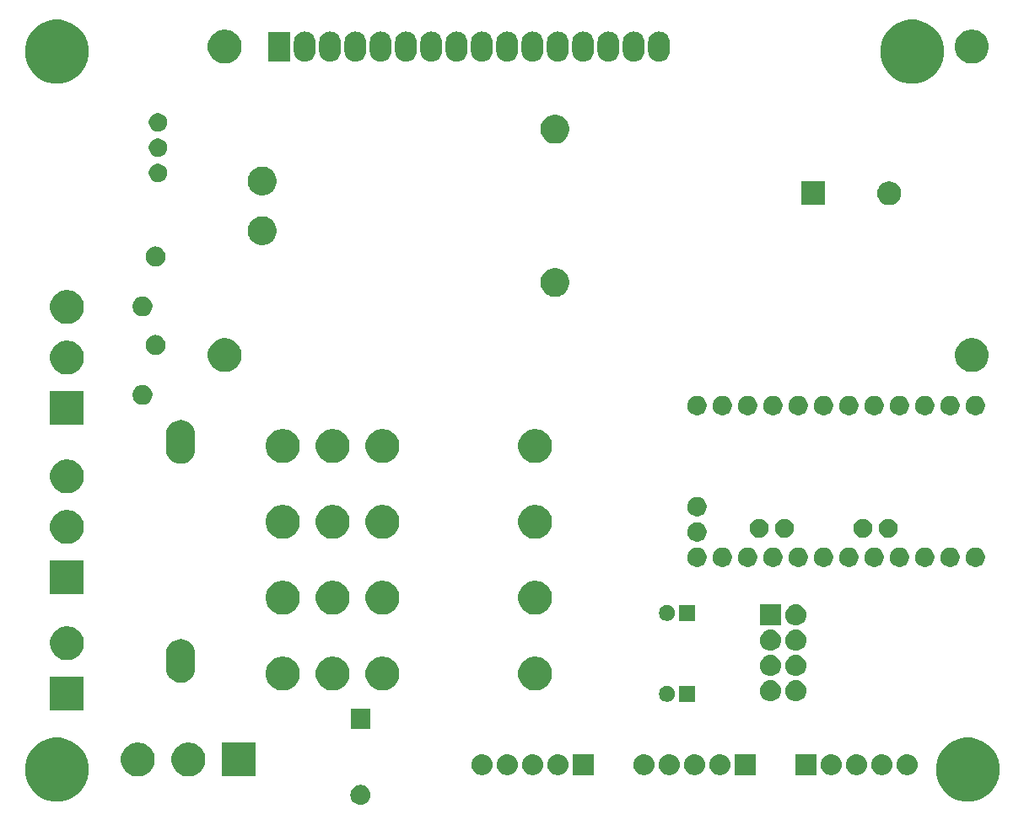
<source format=gbr>
G04 #@! TF.GenerationSoftware,KiCad,Pcbnew,(5.0.2)-1*
G04 #@! TF.CreationDate,2019-02-28T14:54:57+01:00*
G04 #@! TF.ProjectId,Kellerklima,4b656c6c-6572-46b6-9c69-6d612e6b6963,rev?*
G04 #@! TF.SameCoordinates,Original*
G04 #@! TF.FileFunction,Soldermask,Bot*
G04 #@! TF.FilePolarity,Negative*
%FSLAX46Y46*%
G04 Gerber Fmt 4.6, Leading zero omitted, Abs format (unit mm)*
G04 Created by KiCad (PCBNEW (5.0.2)-1) date 28/02/2019 14:54:57*
%MOMM*%
%LPD*%
G01*
G04 APERTURE LIST*
%ADD10C,0.100000*%
G04 APERTURE END LIST*
D10*
G36*
X85540030Y-97566469D02*
X85540033Y-97566470D01*
X85540034Y-97566470D01*
X85728535Y-97623651D01*
X85728537Y-97623652D01*
X85902260Y-97716509D01*
X86054528Y-97841472D01*
X86179491Y-97993740D01*
X86272348Y-98167463D01*
X86329531Y-98355970D01*
X86348838Y-98552000D01*
X86329531Y-98748030D01*
X86272348Y-98936537D01*
X86179491Y-99110260D01*
X86054528Y-99262528D01*
X85902260Y-99387491D01*
X85902258Y-99387492D01*
X85728535Y-99480349D01*
X85540034Y-99537530D01*
X85540033Y-99537530D01*
X85540030Y-99537531D01*
X85393124Y-99552000D01*
X85294876Y-99552000D01*
X85147970Y-99537531D01*
X85147967Y-99537530D01*
X85147966Y-99537530D01*
X84959465Y-99480349D01*
X84785742Y-99387492D01*
X84785740Y-99387491D01*
X84633472Y-99262528D01*
X84508509Y-99110260D01*
X84415652Y-98936537D01*
X84358469Y-98748030D01*
X84339162Y-98552000D01*
X84358469Y-98355970D01*
X84415652Y-98167463D01*
X84508509Y-97993740D01*
X84633472Y-97841472D01*
X84785740Y-97716509D01*
X84959463Y-97623652D01*
X84959465Y-97623651D01*
X85147966Y-97566470D01*
X85147967Y-97566470D01*
X85147970Y-97566469D01*
X85294876Y-97552000D01*
X85393124Y-97552000D01*
X85540030Y-97566469D01*
X85540030Y-97566469D01*
G37*
G36*
X147237405Y-92934974D02*
X147819767Y-93176196D01*
X148343884Y-93526400D01*
X148789600Y-93972116D01*
X149139804Y-94496233D01*
X149381026Y-95078595D01*
X149504000Y-95696826D01*
X149504000Y-96327174D01*
X149381026Y-96945405D01*
X149139804Y-97527767D01*
X148789600Y-98051884D01*
X148343884Y-98497600D01*
X147819767Y-98847804D01*
X147237405Y-99089026D01*
X146619174Y-99212000D01*
X145988826Y-99212000D01*
X145370595Y-99089026D01*
X144788233Y-98847804D01*
X144264116Y-98497600D01*
X143818400Y-98051884D01*
X143468196Y-97527767D01*
X143226974Y-96945405D01*
X143104000Y-96327174D01*
X143104000Y-95696826D01*
X143226974Y-95078595D01*
X143468196Y-94496233D01*
X143818400Y-93972116D01*
X144264116Y-93526400D01*
X144788233Y-93176196D01*
X145370595Y-92934974D01*
X145988826Y-92812000D01*
X146619174Y-92812000D01*
X147237405Y-92934974D01*
X147237405Y-92934974D01*
G37*
G36*
X55797405Y-92934974D02*
X56379767Y-93176196D01*
X56903884Y-93526400D01*
X57349600Y-93972116D01*
X57699804Y-94496233D01*
X57941026Y-95078595D01*
X58064000Y-95696826D01*
X58064000Y-96327174D01*
X57941026Y-96945405D01*
X57699804Y-97527767D01*
X57349600Y-98051884D01*
X56903884Y-98497600D01*
X56379767Y-98847804D01*
X55797405Y-99089026D01*
X55179174Y-99212000D01*
X54548826Y-99212000D01*
X53930595Y-99089026D01*
X53348233Y-98847804D01*
X52824116Y-98497600D01*
X52378400Y-98051884D01*
X52028196Y-97527767D01*
X51786974Y-96945405D01*
X51664000Y-96327174D01*
X51664000Y-95696826D01*
X51786974Y-95078595D01*
X52028196Y-94496233D01*
X52378400Y-93972116D01*
X52824116Y-93526400D01*
X53348233Y-93176196D01*
X53930595Y-92934974D01*
X54548826Y-92812000D01*
X55179174Y-92812000D01*
X55797405Y-92934974D01*
X55797405Y-92934974D01*
G37*
G36*
X74852000Y-96696000D02*
X71452000Y-96696000D01*
X71452000Y-93296000D01*
X74852000Y-93296000D01*
X74852000Y-96696000D01*
X74852000Y-96696000D01*
G37*
G36*
X68458393Y-93339553D02*
X68567872Y-93361330D01*
X68877252Y-93489479D01*
X69155687Y-93675523D01*
X69392477Y-93912313D01*
X69578521Y-94190748D01*
X69706670Y-94500128D01*
X69706670Y-94500129D01*
X69772000Y-94828563D01*
X69772000Y-95163437D01*
X69728447Y-95382393D01*
X69706670Y-95491872D01*
X69578521Y-95801252D01*
X69392477Y-96079687D01*
X69155687Y-96316477D01*
X68877252Y-96502521D01*
X68567872Y-96630670D01*
X68458393Y-96652447D01*
X68239437Y-96696000D01*
X67904563Y-96696000D01*
X67685607Y-96652447D01*
X67576128Y-96630670D01*
X67266748Y-96502521D01*
X66988313Y-96316477D01*
X66751523Y-96079687D01*
X66565479Y-95801252D01*
X66437330Y-95491872D01*
X66415553Y-95382393D01*
X66372000Y-95163437D01*
X66372000Y-94828563D01*
X66437330Y-94500129D01*
X66437330Y-94500128D01*
X66565479Y-94190748D01*
X66751523Y-93912313D01*
X66988313Y-93675523D01*
X67266748Y-93489479D01*
X67576128Y-93361330D01*
X67685607Y-93339553D01*
X67904563Y-93296000D01*
X68239437Y-93296000D01*
X68458393Y-93339553D01*
X68458393Y-93339553D01*
G37*
G36*
X63378393Y-93339553D02*
X63487872Y-93361330D01*
X63797252Y-93489479D01*
X64075687Y-93675523D01*
X64312477Y-93912313D01*
X64498521Y-94190748D01*
X64626670Y-94500128D01*
X64626670Y-94500129D01*
X64692000Y-94828563D01*
X64692000Y-95163437D01*
X64648447Y-95382393D01*
X64626670Y-95491872D01*
X64498521Y-95801252D01*
X64312477Y-96079687D01*
X64075687Y-96316477D01*
X63797252Y-96502521D01*
X63487872Y-96630670D01*
X63378393Y-96652447D01*
X63159437Y-96696000D01*
X62824563Y-96696000D01*
X62605607Y-96652447D01*
X62496128Y-96630670D01*
X62186748Y-96502521D01*
X61908313Y-96316477D01*
X61671523Y-96079687D01*
X61485479Y-95801252D01*
X61357330Y-95491872D01*
X61335553Y-95382393D01*
X61292000Y-95163437D01*
X61292000Y-94828563D01*
X61357330Y-94500129D01*
X61357330Y-94500128D01*
X61485479Y-94190748D01*
X61671523Y-93912313D01*
X61908313Y-93675523D01*
X62186748Y-93489479D01*
X62496128Y-93361330D01*
X62605607Y-93339553D01*
X62824563Y-93296000D01*
X63159437Y-93296000D01*
X63378393Y-93339553D01*
X63378393Y-93339553D01*
G37*
G36*
X135256707Y-94461596D02*
X135333836Y-94469193D01*
X135465787Y-94509220D01*
X135531763Y-94529233D01*
X135714172Y-94626733D01*
X135874054Y-94757946D01*
X136005267Y-94917828D01*
X136102767Y-95100237D01*
X136102767Y-95100238D01*
X136162807Y-95298164D01*
X136183080Y-95504000D01*
X136162807Y-95709836D01*
X136135077Y-95801250D01*
X136102767Y-95907763D01*
X136005267Y-96090172D01*
X135874054Y-96250054D01*
X135714172Y-96381267D01*
X135531763Y-96478767D01*
X135465787Y-96498780D01*
X135333836Y-96538807D01*
X135256707Y-96546403D01*
X135179580Y-96554000D01*
X135076420Y-96554000D01*
X134999293Y-96546403D01*
X134922164Y-96538807D01*
X134790213Y-96498780D01*
X134724237Y-96478767D01*
X134541828Y-96381267D01*
X134381946Y-96250054D01*
X134250733Y-96090172D01*
X134153233Y-95907763D01*
X134120923Y-95801250D01*
X134093193Y-95709836D01*
X134072920Y-95504000D01*
X134093193Y-95298164D01*
X134153233Y-95100238D01*
X134153233Y-95100237D01*
X134250733Y-94917828D01*
X134381946Y-94757946D01*
X134541828Y-94626733D01*
X134724237Y-94529233D01*
X134790213Y-94509220D01*
X134922164Y-94469193D01*
X134999293Y-94461596D01*
X135076420Y-94454000D01*
X135179580Y-94454000D01*
X135256707Y-94461596D01*
X135256707Y-94461596D01*
G37*
G36*
X140336707Y-94461596D02*
X140413836Y-94469193D01*
X140545787Y-94509220D01*
X140611763Y-94529233D01*
X140794172Y-94626733D01*
X140954054Y-94757946D01*
X141085267Y-94917828D01*
X141182767Y-95100237D01*
X141182767Y-95100238D01*
X141242807Y-95298164D01*
X141263080Y-95504000D01*
X141242807Y-95709836D01*
X141215077Y-95801250D01*
X141182767Y-95907763D01*
X141085267Y-96090172D01*
X140954054Y-96250054D01*
X140794172Y-96381267D01*
X140611763Y-96478767D01*
X140545787Y-96498780D01*
X140413836Y-96538807D01*
X140336707Y-96546403D01*
X140259580Y-96554000D01*
X140156420Y-96554000D01*
X140079293Y-96546403D01*
X140002164Y-96538807D01*
X139870213Y-96498780D01*
X139804237Y-96478767D01*
X139621828Y-96381267D01*
X139461946Y-96250054D01*
X139330733Y-96090172D01*
X139233233Y-95907763D01*
X139200923Y-95801250D01*
X139173193Y-95709836D01*
X139152920Y-95504000D01*
X139173193Y-95298164D01*
X139233233Y-95100238D01*
X139233233Y-95100237D01*
X139330733Y-94917828D01*
X139461946Y-94757946D01*
X139621828Y-94626733D01*
X139804237Y-94529233D01*
X139870213Y-94509220D01*
X140002164Y-94469193D01*
X140079293Y-94461596D01*
X140156420Y-94454000D01*
X140259580Y-94454000D01*
X140336707Y-94461596D01*
X140336707Y-94461596D01*
G37*
G36*
X132716707Y-94461596D02*
X132793836Y-94469193D01*
X132925787Y-94509220D01*
X132991763Y-94529233D01*
X133174172Y-94626733D01*
X133334054Y-94757946D01*
X133465267Y-94917828D01*
X133562767Y-95100237D01*
X133562767Y-95100238D01*
X133622807Y-95298164D01*
X133643080Y-95504000D01*
X133622807Y-95709836D01*
X133595077Y-95801250D01*
X133562767Y-95907763D01*
X133465267Y-96090172D01*
X133334054Y-96250054D01*
X133174172Y-96381267D01*
X132991763Y-96478767D01*
X132925787Y-96498780D01*
X132793836Y-96538807D01*
X132716707Y-96546403D01*
X132639580Y-96554000D01*
X132536420Y-96554000D01*
X132459293Y-96546403D01*
X132382164Y-96538807D01*
X132250213Y-96498780D01*
X132184237Y-96478767D01*
X132001828Y-96381267D01*
X131841946Y-96250054D01*
X131710733Y-96090172D01*
X131613233Y-95907763D01*
X131580923Y-95801250D01*
X131553193Y-95709836D01*
X131532920Y-95504000D01*
X131553193Y-95298164D01*
X131613233Y-95100238D01*
X131613233Y-95100237D01*
X131710733Y-94917828D01*
X131841946Y-94757946D01*
X132001828Y-94626733D01*
X132184237Y-94529233D01*
X132250213Y-94509220D01*
X132382164Y-94469193D01*
X132459293Y-94461596D01*
X132536420Y-94454000D01*
X132639580Y-94454000D01*
X132716707Y-94461596D01*
X132716707Y-94461596D01*
G37*
G36*
X125002000Y-96554000D02*
X122902000Y-96554000D01*
X122902000Y-94454000D01*
X125002000Y-94454000D01*
X125002000Y-96554000D01*
X125002000Y-96554000D01*
G37*
G36*
X121540707Y-94461596D02*
X121617836Y-94469193D01*
X121749787Y-94509220D01*
X121815763Y-94529233D01*
X121998172Y-94626733D01*
X122158054Y-94757946D01*
X122289267Y-94917828D01*
X122386767Y-95100237D01*
X122386767Y-95100238D01*
X122446807Y-95298164D01*
X122467080Y-95504000D01*
X122446807Y-95709836D01*
X122419077Y-95801250D01*
X122386767Y-95907763D01*
X122289267Y-96090172D01*
X122158054Y-96250054D01*
X121998172Y-96381267D01*
X121815763Y-96478767D01*
X121749787Y-96498780D01*
X121617836Y-96538807D01*
X121540707Y-96546403D01*
X121463580Y-96554000D01*
X121360420Y-96554000D01*
X121283293Y-96546403D01*
X121206164Y-96538807D01*
X121074213Y-96498780D01*
X121008237Y-96478767D01*
X120825828Y-96381267D01*
X120665946Y-96250054D01*
X120534733Y-96090172D01*
X120437233Y-95907763D01*
X120404923Y-95801250D01*
X120377193Y-95709836D01*
X120356920Y-95504000D01*
X120377193Y-95298164D01*
X120437233Y-95100238D01*
X120437233Y-95100237D01*
X120534733Y-94917828D01*
X120665946Y-94757946D01*
X120825828Y-94626733D01*
X121008237Y-94529233D01*
X121074213Y-94509220D01*
X121206164Y-94469193D01*
X121283293Y-94461596D01*
X121360420Y-94454000D01*
X121463580Y-94454000D01*
X121540707Y-94461596D01*
X121540707Y-94461596D01*
G37*
G36*
X119000707Y-94461596D02*
X119077836Y-94469193D01*
X119209787Y-94509220D01*
X119275763Y-94529233D01*
X119458172Y-94626733D01*
X119618054Y-94757946D01*
X119749267Y-94917828D01*
X119846767Y-95100237D01*
X119846767Y-95100238D01*
X119906807Y-95298164D01*
X119927080Y-95504000D01*
X119906807Y-95709836D01*
X119879077Y-95801250D01*
X119846767Y-95907763D01*
X119749267Y-96090172D01*
X119618054Y-96250054D01*
X119458172Y-96381267D01*
X119275763Y-96478767D01*
X119209787Y-96498780D01*
X119077836Y-96538807D01*
X119000707Y-96546403D01*
X118923580Y-96554000D01*
X118820420Y-96554000D01*
X118743293Y-96546403D01*
X118666164Y-96538807D01*
X118534213Y-96498780D01*
X118468237Y-96478767D01*
X118285828Y-96381267D01*
X118125946Y-96250054D01*
X117994733Y-96090172D01*
X117897233Y-95907763D01*
X117864923Y-95801250D01*
X117837193Y-95709836D01*
X117816920Y-95504000D01*
X117837193Y-95298164D01*
X117897233Y-95100238D01*
X117897233Y-95100237D01*
X117994733Y-94917828D01*
X118125946Y-94757946D01*
X118285828Y-94626733D01*
X118468237Y-94529233D01*
X118534213Y-94509220D01*
X118666164Y-94469193D01*
X118743293Y-94461596D01*
X118820420Y-94454000D01*
X118923580Y-94454000D01*
X119000707Y-94461596D01*
X119000707Y-94461596D01*
G37*
G36*
X116460707Y-94461596D02*
X116537836Y-94469193D01*
X116669787Y-94509220D01*
X116735763Y-94529233D01*
X116918172Y-94626733D01*
X117078054Y-94757946D01*
X117209267Y-94917828D01*
X117306767Y-95100237D01*
X117306767Y-95100238D01*
X117366807Y-95298164D01*
X117387080Y-95504000D01*
X117366807Y-95709836D01*
X117339077Y-95801250D01*
X117306767Y-95907763D01*
X117209267Y-96090172D01*
X117078054Y-96250054D01*
X116918172Y-96381267D01*
X116735763Y-96478767D01*
X116669787Y-96498780D01*
X116537836Y-96538807D01*
X116460707Y-96546403D01*
X116383580Y-96554000D01*
X116280420Y-96554000D01*
X116203293Y-96546403D01*
X116126164Y-96538807D01*
X115994213Y-96498780D01*
X115928237Y-96478767D01*
X115745828Y-96381267D01*
X115585946Y-96250054D01*
X115454733Y-96090172D01*
X115357233Y-95907763D01*
X115324923Y-95801250D01*
X115297193Y-95709836D01*
X115276920Y-95504000D01*
X115297193Y-95298164D01*
X115357233Y-95100238D01*
X115357233Y-95100237D01*
X115454733Y-94917828D01*
X115585946Y-94757946D01*
X115745828Y-94626733D01*
X115928237Y-94529233D01*
X115994213Y-94509220D01*
X116126164Y-94469193D01*
X116203293Y-94461596D01*
X116280420Y-94454000D01*
X116383580Y-94454000D01*
X116460707Y-94461596D01*
X116460707Y-94461596D01*
G37*
G36*
X113920707Y-94461596D02*
X113997836Y-94469193D01*
X114129787Y-94509220D01*
X114195763Y-94529233D01*
X114378172Y-94626733D01*
X114538054Y-94757946D01*
X114669267Y-94917828D01*
X114766767Y-95100237D01*
X114766767Y-95100238D01*
X114826807Y-95298164D01*
X114847080Y-95504000D01*
X114826807Y-95709836D01*
X114799077Y-95801250D01*
X114766767Y-95907763D01*
X114669267Y-96090172D01*
X114538054Y-96250054D01*
X114378172Y-96381267D01*
X114195763Y-96478767D01*
X114129787Y-96498780D01*
X113997836Y-96538807D01*
X113920707Y-96546403D01*
X113843580Y-96554000D01*
X113740420Y-96554000D01*
X113663293Y-96546403D01*
X113586164Y-96538807D01*
X113454213Y-96498780D01*
X113388237Y-96478767D01*
X113205828Y-96381267D01*
X113045946Y-96250054D01*
X112914733Y-96090172D01*
X112817233Y-95907763D01*
X112784923Y-95801250D01*
X112757193Y-95709836D01*
X112736920Y-95504000D01*
X112757193Y-95298164D01*
X112817233Y-95100238D01*
X112817233Y-95100237D01*
X112914733Y-94917828D01*
X113045946Y-94757946D01*
X113205828Y-94626733D01*
X113388237Y-94529233D01*
X113454213Y-94509220D01*
X113586164Y-94469193D01*
X113663293Y-94461596D01*
X113740420Y-94454000D01*
X113843580Y-94454000D01*
X113920707Y-94461596D01*
X113920707Y-94461596D01*
G37*
G36*
X100204707Y-94461596D02*
X100281836Y-94469193D01*
X100413787Y-94509220D01*
X100479763Y-94529233D01*
X100662172Y-94626733D01*
X100822054Y-94757946D01*
X100953267Y-94917828D01*
X101050767Y-95100237D01*
X101050767Y-95100238D01*
X101110807Y-95298164D01*
X101131080Y-95504000D01*
X101110807Y-95709836D01*
X101083077Y-95801250D01*
X101050767Y-95907763D01*
X100953267Y-96090172D01*
X100822054Y-96250054D01*
X100662172Y-96381267D01*
X100479763Y-96478767D01*
X100413787Y-96498780D01*
X100281836Y-96538807D01*
X100204707Y-96546403D01*
X100127580Y-96554000D01*
X100024420Y-96554000D01*
X99947293Y-96546403D01*
X99870164Y-96538807D01*
X99738213Y-96498780D01*
X99672237Y-96478767D01*
X99489828Y-96381267D01*
X99329946Y-96250054D01*
X99198733Y-96090172D01*
X99101233Y-95907763D01*
X99068923Y-95801250D01*
X99041193Y-95709836D01*
X99020920Y-95504000D01*
X99041193Y-95298164D01*
X99101233Y-95100238D01*
X99101233Y-95100237D01*
X99198733Y-94917828D01*
X99329946Y-94757946D01*
X99489828Y-94626733D01*
X99672237Y-94529233D01*
X99738213Y-94509220D01*
X99870164Y-94469193D01*
X99947293Y-94461596D01*
X100024420Y-94454000D01*
X100127580Y-94454000D01*
X100204707Y-94461596D01*
X100204707Y-94461596D01*
G37*
G36*
X102744707Y-94461596D02*
X102821836Y-94469193D01*
X102953787Y-94509220D01*
X103019763Y-94529233D01*
X103202172Y-94626733D01*
X103362054Y-94757946D01*
X103493267Y-94917828D01*
X103590767Y-95100237D01*
X103590767Y-95100238D01*
X103650807Y-95298164D01*
X103671080Y-95504000D01*
X103650807Y-95709836D01*
X103623077Y-95801250D01*
X103590767Y-95907763D01*
X103493267Y-96090172D01*
X103362054Y-96250054D01*
X103202172Y-96381267D01*
X103019763Y-96478767D01*
X102953787Y-96498780D01*
X102821836Y-96538807D01*
X102744707Y-96546403D01*
X102667580Y-96554000D01*
X102564420Y-96554000D01*
X102487293Y-96546403D01*
X102410164Y-96538807D01*
X102278213Y-96498780D01*
X102212237Y-96478767D01*
X102029828Y-96381267D01*
X101869946Y-96250054D01*
X101738733Y-96090172D01*
X101641233Y-95907763D01*
X101608923Y-95801250D01*
X101581193Y-95709836D01*
X101560920Y-95504000D01*
X101581193Y-95298164D01*
X101641233Y-95100238D01*
X101641233Y-95100237D01*
X101738733Y-94917828D01*
X101869946Y-94757946D01*
X102029828Y-94626733D01*
X102212237Y-94529233D01*
X102278213Y-94509220D01*
X102410164Y-94469193D01*
X102487293Y-94461596D01*
X102564420Y-94454000D01*
X102667580Y-94454000D01*
X102744707Y-94461596D01*
X102744707Y-94461596D01*
G37*
G36*
X105284707Y-94461596D02*
X105361836Y-94469193D01*
X105493787Y-94509220D01*
X105559763Y-94529233D01*
X105742172Y-94626733D01*
X105902054Y-94757946D01*
X106033267Y-94917828D01*
X106130767Y-95100237D01*
X106130767Y-95100238D01*
X106190807Y-95298164D01*
X106211080Y-95504000D01*
X106190807Y-95709836D01*
X106163077Y-95801250D01*
X106130767Y-95907763D01*
X106033267Y-96090172D01*
X105902054Y-96250054D01*
X105742172Y-96381267D01*
X105559763Y-96478767D01*
X105493787Y-96498780D01*
X105361836Y-96538807D01*
X105284707Y-96546403D01*
X105207580Y-96554000D01*
X105104420Y-96554000D01*
X105027293Y-96546403D01*
X104950164Y-96538807D01*
X104818213Y-96498780D01*
X104752237Y-96478767D01*
X104569828Y-96381267D01*
X104409946Y-96250054D01*
X104278733Y-96090172D01*
X104181233Y-95907763D01*
X104148923Y-95801250D01*
X104121193Y-95709836D01*
X104100920Y-95504000D01*
X104121193Y-95298164D01*
X104181233Y-95100238D01*
X104181233Y-95100237D01*
X104278733Y-94917828D01*
X104409946Y-94757946D01*
X104569828Y-94626733D01*
X104752237Y-94529233D01*
X104818213Y-94509220D01*
X104950164Y-94469193D01*
X105027293Y-94461596D01*
X105104420Y-94454000D01*
X105207580Y-94454000D01*
X105284707Y-94461596D01*
X105284707Y-94461596D01*
G37*
G36*
X108746000Y-96554000D02*
X106646000Y-96554000D01*
X106646000Y-94454000D01*
X108746000Y-94454000D01*
X108746000Y-96554000D01*
X108746000Y-96554000D01*
G37*
G36*
X137796707Y-94461596D02*
X137873836Y-94469193D01*
X138005787Y-94509220D01*
X138071763Y-94529233D01*
X138254172Y-94626733D01*
X138414054Y-94757946D01*
X138545267Y-94917828D01*
X138642767Y-95100237D01*
X138642767Y-95100238D01*
X138702807Y-95298164D01*
X138723080Y-95504000D01*
X138702807Y-95709836D01*
X138675077Y-95801250D01*
X138642767Y-95907763D01*
X138545267Y-96090172D01*
X138414054Y-96250054D01*
X138254172Y-96381267D01*
X138071763Y-96478767D01*
X138005787Y-96498780D01*
X137873836Y-96538807D01*
X137796707Y-96546403D01*
X137719580Y-96554000D01*
X137616420Y-96554000D01*
X137539293Y-96546403D01*
X137462164Y-96538807D01*
X137330213Y-96498780D01*
X137264237Y-96478767D01*
X137081828Y-96381267D01*
X136921946Y-96250054D01*
X136790733Y-96090172D01*
X136693233Y-95907763D01*
X136660923Y-95801250D01*
X136633193Y-95709836D01*
X136612920Y-95504000D01*
X136633193Y-95298164D01*
X136693233Y-95100238D01*
X136693233Y-95100237D01*
X136790733Y-94917828D01*
X136921946Y-94757946D01*
X137081828Y-94626733D01*
X137264237Y-94529233D01*
X137330213Y-94509220D01*
X137462164Y-94469193D01*
X137539293Y-94461596D01*
X137616420Y-94454000D01*
X137719580Y-94454000D01*
X137796707Y-94461596D01*
X137796707Y-94461596D01*
G37*
G36*
X131098000Y-96554000D02*
X128998000Y-96554000D01*
X128998000Y-94454000D01*
X131098000Y-94454000D01*
X131098000Y-96554000D01*
X131098000Y-96554000D01*
G37*
G36*
X97664707Y-94461596D02*
X97741836Y-94469193D01*
X97873787Y-94509220D01*
X97939763Y-94529233D01*
X98122172Y-94626733D01*
X98282054Y-94757946D01*
X98413267Y-94917828D01*
X98510767Y-95100237D01*
X98510767Y-95100238D01*
X98570807Y-95298164D01*
X98591080Y-95504000D01*
X98570807Y-95709836D01*
X98543077Y-95801250D01*
X98510767Y-95907763D01*
X98413267Y-96090172D01*
X98282054Y-96250054D01*
X98122172Y-96381267D01*
X97939763Y-96478767D01*
X97873787Y-96498780D01*
X97741836Y-96538807D01*
X97664707Y-96546403D01*
X97587580Y-96554000D01*
X97484420Y-96554000D01*
X97407293Y-96546403D01*
X97330164Y-96538807D01*
X97198213Y-96498780D01*
X97132237Y-96478767D01*
X96949828Y-96381267D01*
X96789946Y-96250054D01*
X96658733Y-96090172D01*
X96561233Y-95907763D01*
X96528923Y-95801250D01*
X96501193Y-95709836D01*
X96480920Y-95504000D01*
X96501193Y-95298164D01*
X96561233Y-95100238D01*
X96561233Y-95100237D01*
X96658733Y-94917828D01*
X96789946Y-94757946D01*
X96949828Y-94626733D01*
X97132237Y-94529233D01*
X97198213Y-94509220D01*
X97330164Y-94469193D01*
X97407293Y-94461596D01*
X97484420Y-94454000D01*
X97587580Y-94454000D01*
X97664707Y-94461596D01*
X97664707Y-94461596D01*
G37*
G36*
X86344000Y-91932000D02*
X84344000Y-91932000D01*
X84344000Y-89932000D01*
X86344000Y-89932000D01*
X86344000Y-91932000D01*
X86344000Y-91932000D01*
G37*
G36*
X57580000Y-90092000D02*
X54180000Y-90092000D01*
X54180000Y-86692000D01*
X57580000Y-86692000D01*
X57580000Y-90092000D01*
X57580000Y-90092000D01*
G37*
G36*
X118910000Y-89192000D02*
X117310000Y-89192000D01*
X117310000Y-87592000D01*
X118910000Y-87592000D01*
X118910000Y-89192000D01*
X118910000Y-89192000D01*
G37*
G36*
X116343352Y-87622743D02*
X116488941Y-87683048D01*
X116619973Y-87770601D01*
X116731399Y-87882027D01*
X116818952Y-88013059D01*
X116879257Y-88158648D01*
X116910000Y-88313205D01*
X116910000Y-88470795D01*
X116879257Y-88625352D01*
X116818952Y-88770941D01*
X116731399Y-88901973D01*
X116619973Y-89013399D01*
X116488941Y-89100952D01*
X116343352Y-89161257D01*
X116188795Y-89192000D01*
X116031205Y-89192000D01*
X115876648Y-89161257D01*
X115731059Y-89100952D01*
X115600027Y-89013399D01*
X115488601Y-88901973D01*
X115401048Y-88770941D01*
X115340743Y-88625352D01*
X115310000Y-88470795D01*
X115310000Y-88313205D01*
X115340743Y-88158648D01*
X115401048Y-88013059D01*
X115488601Y-87882027D01*
X115600027Y-87770601D01*
X115731059Y-87683048D01*
X115876648Y-87622743D01*
X116031205Y-87592000D01*
X116188795Y-87592000D01*
X116343352Y-87622743D01*
X116343352Y-87622743D01*
G37*
G36*
X129253136Y-87041607D02*
X129453624Y-87102425D01*
X129638397Y-87201187D01*
X129800351Y-87334100D01*
X129933264Y-87496054D01*
X130032026Y-87680827D01*
X130092844Y-87881315D01*
X130113379Y-88089818D01*
X130092844Y-88298321D01*
X130032026Y-88498809D01*
X129933264Y-88683582D01*
X129800351Y-88845536D01*
X129638397Y-88978449D01*
X129453624Y-89077211D01*
X129253136Y-89138029D01*
X129096884Y-89153418D01*
X128992382Y-89153418D01*
X128836130Y-89138029D01*
X128635642Y-89077211D01*
X128450869Y-88978449D01*
X128288915Y-88845536D01*
X128156002Y-88683582D01*
X128057240Y-88498809D01*
X127996422Y-88298321D01*
X127975887Y-88089818D01*
X127996422Y-87881315D01*
X128057240Y-87680827D01*
X128156002Y-87496054D01*
X128288915Y-87334100D01*
X128450869Y-87201187D01*
X128635642Y-87102425D01*
X128836130Y-87041607D01*
X128992382Y-87026218D01*
X129096884Y-87026218D01*
X129253136Y-87041607D01*
X129253136Y-87041607D01*
G37*
G36*
X126713136Y-87041607D02*
X126913624Y-87102425D01*
X127098397Y-87201187D01*
X127260351Y-87334100D01*
X127393264Y-87496054D01*
X127492026Y-87680827D01*
X127552844Y-87881315D01*
X127573379Y-88089818D01*
X127552844Y-88298321D01*
X127492026Y-88498809D01*
X127393264Y-88683582D01*
X127260351Y-88845536D01*
X127098397Y-88978449D01*
X126913624Y-89077211D01*
X126713136Y-89138029D01*
X126556884Y-89153418D01*
X126452382Y-89153418D01*
X126296130Y-89138029D01*
X126095642Y-89077211D01*
X125910869Y-88978449D01*
X125748915Y-88845536D01*
X125616002Y-88683582D01*
X125517240Y-88498809D01*
X125456422Y-88298321D01*
X125435887Y-88089818D01*
X125456422Y-87881315D01*
X125517240Y-87680827D01*
X125616002Y-87496054D01*
X125748915Y-87334100D01*
X125910869Y-87201187D01*
X126095642Y-87102425D01*
X126296130Y-87041607D01*
X126452382Y-87026218D01*
X126556884Y-87026218D01*
X126713136Y-87041607D01*
X126713136Y-87041607D01*
G37*
G36*
X103256393Y-84703553D02*
X103365872Y-84725330D01*
X103675252Y-84853479D01*
X103953687Y-85039523D01*
X104190477Y-85276313D01*
X104376521Y-85554748D01*
X104460843Y-85758321D01*
X104504670Y-85864129D01*
X104570000Y-86192563D01*
X104570000Y-86527437D01*
X104555958Y-86598028D01*
X104504670Y-86855872D01*
X104376521Y-87165252D01*
X104190477Y-87443687D01*
X103953687Y-87680477D01*
X103675252Y-87866521D01*
X103365872Y-87994670D01*
X103273429Y-88013058D01*
X103037437Y-88060000D01*
X102702563Y-88060000D01*
X102466571Y-88013058D01*
X102374128Y-87994670D01*
X102064748Y-87866521D01*
X101786313Y-87680477D01*
X101549523Y-87443687D01*
X101363479Y-87165252D01*
X101235330Y-86855872D01*
X101184042Y-86598028D01*
X101170000Y-86527437D01*
X101170000Y-86192563D01*
X101235330Y-85864129D01*
X101279157Y-85758321D01*
X101363479Y-85554748D01*
X101549523Y-85276313D01*
X101786313Y-85039523D01*
X102064748Y-84853479D01*
X102374128Y-84725330D01*
X102483607Y-84703553D01*
X102702563Y-84660000D01*
X103037437Y-84660000D01*
X103256393Y-84703553D01*
X103256393Y-84703553D01*
G37*
G36*
X87936393Y-84703553D02*
X88045872Y-84725330D01*
X88355252Y-84853479D01*
X88633687Y-85039523D01*
X88870477Y-85276313D01*
X89056521Y-85554748D01*
X89140843Y-85758321D01*
X89184670Y-85864129D01*
X89250000Y-86192563D01*
X89250000Y-86527437D01*
X89235958Y-86598028D01*
X89184670Y-86855872D01*
X89056521Y-87165252D01*
X88870477Y-87443687D01*
X88633687Y-87680477D01*
X88355252Y-87866521D01*
X88045872Y-87994670D01*
X87953429Y-88013058D01*
X87717437Y-88060000D01*
X87382563Y-88060000D01*
X87146571Y-88013058D01*
X87054128Y-87994670D01*
X86744748Y-87866521D01*
X86466313Y-87680477D01*
X86229523Y-87443687D01*
X86043479Y-87165252D01*
X85915330Y-86855872D01*
X85864042Y-86598028D01*
X85850000Y-86527437D01*
X85850000Y-86192563D01*
X85915330Y-85864129D01*
X85959157Y-85758321D01*
X86043479Y-85554748D01*
X86229523Y-85276313D01*
X86466313Y-85039523D01*
X86744748Y-84853479D01*
X87054128Y-84725330D01*
X87163607Y-84703553D01*
X87382563Y-84660000D01*
X87717437Y-84660000D01*
X87936393Y-84703553D01*
X87936393Y-84703553D01*
G37*
G36*
X82936393Y-84703553D02*
X83045872Y-84725330D01*
X83355252Y-84853479D01*
X83633687Y-85039523D01*
X83870477Y-85276313D01*
X84056521Y-85554748D01*
X84140843Y-85758321D01*
X84184670Y-85864129D01*
X84250000Y-86192563D01*
X84250000Y-86527437D01*
X84235958Y-86598028D01*
X84184670Y-86855872D01*
X84056521Y-87165252D01*
X83870477Y-87443687D01*
X83633687Y-87680477D01*
X83355252Y-87866521D01*
X83045872Y-87994670D01*
X82953429Y-88013058D01*
X82717437Y-88060000D01*
X82382563Y-88060000D01*
X82146571Y-88013058D01*
X82054128Y-87994670D01*
X81744748Y-87866521D01*
X81466313Y-87680477D01*
X81229523Y-87443687D01*
X81043479Y-87165252D01*
X80915330Y-86855872D01*
X80864042Y-86598028D01*
X80850000Y-86527437D01*
X80850000Y-86192563D01*
X80915330Y-85864129D01*
X80959157Y-85758321D01*
X81043479Y-85554748D01*
X81229523Y-85276313D01*
X81466313Y-85039523D01*
X81744748Y-84853479D01*
X82054128Y-84725330D01*
X82163607Y-84703553D01*
X82382563Y-84660000D01*
X82717437Y-84660000D01*
X82936393Y-84703553D01*
X82936393Y-84703553D01*
G37*
G36*
X77936393Y-84703553D02*
X78045872Y-84725330D01*
X78355252Y-84853479D01*
X78633687Y-85039523D01*
X78870477Y-85276313D01*
X79056521Y-85554748D01*
X79140843Y-85758321D01*
X79184670Y-85864129D01*
X79250000Y-86192563D01*
X79250000Y-86527437D01*
X79235958Y-86598028D01*
X79184670Y-86855872D01*
X79056521Y-87165252D01*
X78870477Y-87443687D01*
X78633687Y-87680477D01*
X78355252Y-87866521D01*
X78045872Y-87994670D01*
X77953429Y-88013058D01*
X77717437Y-88060000D01*
X77382563Y-88060000D01*
X77146571Y-88013058D01*
X77054128Y-87994670D01*
X76744748Y-87866521D01*
X76466313Y-87680477D01*
X76229523Y-87443687D01*
X76043479Y-87165252D01*
X75915330Y-86855872D01*
X75864042Y-86598028D01*
X75850000Y-86527437D01*
X75850000Y-86192563D01*
X75915330Y-85864129D01*
X75959157Y-85758321D01*
X76043479Y-85554748D01*
X76229523Y-85276313D01*
X76466313Y-85039523D01*
X76744748Y-84853479D01*
X77054128Y-84725330D01*
X77163607Y-84703553D01*
X77382563Y-84660000D01*
X77717437Y-84660000D01*
X77936393Y-84703553D01*
X77936393Y-84703553D01*
G37*
G36*
X67594249Y-82910981D02*
X67867575Y-82993894D01*
X68119473Y-83128536D01*
X68119474Y-83128537D01*
X68119476Y-83128538D01*
X68340265Y-83309735D01*
X68473633Y-83472244D01*
X68521464Y-83530526D01*
X68656106Y-83782424D01*
X68739019Y-84055750D01*
X68760000Y-84268775D01*
X68760000Y-85911225D01*
X68739019Y-86124250D01*
X68656106Y-86397576D01*
X68521464Y-86649474D01*
X68340265Y-86870265D01*
X68119474Y-87051464D01*
X67867576Y-87186106D01*
X67594250Y-87269019D01*
X67310000Y-87297015D01*
X67025751Y-87269019D01*
X66752425Y-87186106D01*
X66500527Y-87051464D01*
X66279736Y-86870265D01*
X66098537Y-86649474D01*
X65963895Y-86397576D01*
X65880981Y-86124250D01*
X65880981Y-86124246D01*
X65860000Y-85911226D01*
X65860000Y-84268775D01*
X65880981Y-84055755D01*
X65880981Y-84055751D01*
X65963894Y-83782425D01*
X66098536Y-83530527D01*
X66098538Y-83530524D01*
X66279735Y-83309735D01*
X66500524Y-83128538D01*
X66500526Y-83128536D01*
X66752424Y-82993894D01*
X67025750Y-82910981D01*
X67310000Y-82882985D01*
X67594249Y-82910981D01*
X67594249Y-82910981D01*
G37*
G36*
X129253136Y-84501607D02*
X129453624Y-84562425D01*
X129638397Y-84661187D01*
X129800351Y-84794100D01*
X129933264Y-84956054D01*
X130032026Y-85140827D01*
X130092844Y-85341315D01*
X130113379Y-85549818D01*
X130092844Y-85758321D01*
X130032026Y-85958809D01*
X129933264Y-86143582D01*
X129800351Y-86305536D01*
X129638397Y-86438449D01*
X129453624Y-86537211D01*
X129253136Y-86598029D01*
X129096884Y-86613418D01*
X128992382Y-86613418D01*
X128836130Y-86598029D01*
X128635642Y-86537211D01*
X128450869Y-86438449D01*
X128288915Y-86305536D01*
X128156002Y-86143582D01*
X128057240Y-85958809D01*
X127996422Y-85758321D01*
X127975887Y-85549818D01*
X127996422Y-85341315D01*
X128057240Y-85140827D01*
X128156002Y-84956054D01*
X128288915Y-84794100D01*
X128450869Y-84661187D01*
X128635642Y-84562425D01*
X128836130Y-84501607D01*
X128992382Y-84486218D01*
X129096884Y-84486218D01*
X129253136Y-84501607D01*
X129253136Y-84501607D01*
G37*
G36*
X126713136Y-84501607D02*
X126913624Y-84562425D01*
X127098397Y-84661187D01*
X127260351Y-84794100D01*
X127393264Y-84956054D01*
X127492026Y-85140827D01*
X127552844Y-85341315D01*
X127573379Y-85549818D01*
X127552844Y-85758321D01*
X127492026Y-85958809D01*
X127393264Y-86143582D01*
X127260351Y-86305536D01*
X127098397Y-86438449D01*
X126913624Y-86537211D01*
X126713136Y-86598029D01*
X126556884Y-86613418D01*
X126452382Y-86613418D01*
X126296130Y-86598029D01*
X126095642Y-86537211D01*
X125910869Y-86438449D01*
X125748915Y-86305536D01*
X125616002Y-86143582D01*
X125517240Y-85958809D01*
X125456422Y-85758321D01*
X125435887Y-85549818D01*
X125456422Y-85341315D01*
X125517240Y-85140827D01*
X125616002Y-84956054D01*
X125748915Y-84794100D01*
X125910869Y-84661187D01*
X126095642Y-84562425D01*
X126296130Y-84501607D01*
X126452382Y-84486218D01*
X126556884Y-84486218D01*
X126713136Y-84501607D01*
X126713136Y-84501607D01*
G37*
G36*
X56266393Y-81655553D02*
X56375872Y-81677330D01*
X56685252Y-81805479D01*
X56963687Y-81991523D01*
X57200477Y-82228313D01*
X57386521Y-82506748D01*
X57514670Y-82816128D01*
X57514670Y-82816129D01*
X57580000Y-83144563D01*
X57580000Y-83479437D01*
X57555306Y-83603581D01*
X57514670Y-83807872D01*
X57386521Y-84117252D01*
X57200477Y-84395687D01*
X56963687Y-84632477D01*
X56685252Y-84818521D01*
X56375872Y-84946670D01*
X56328695Y-84956054D01*
X56047437Y-85012000D01*
X55712563Y-85012000D01*
X55431305Y-84956054D01*
X55384128Y-84946670D01*
X55074748Y-84818521D01*
X54796313Y-84632477D01*
X54559523Y-84395687D01*
X54373479Y-84117252D01*
X54245330Y-83807872D01*
X54204694Y-83603581D01*
X54180000Y-83479437D01*
X54180000Y-83144563D01*
X54245330Y-82816129D01*
X54245330Y-82816128D01*
X54373479Y-82506748D01*
X54559523Y-82228313D01*
X54796313Y-81991523D01*
X55074748Y-81805479D01*
X55384128Y-81677330D01*
X55493607Y-81655553D01*
X55712563Y-81612000D01*
X56047437Y-81612000D01*
X56266393Y-81655553D01*
X56266393Y-81655553D01*
G37*
G36*
X129253136Y-81961607D02*
X129453624Y-82022425D01*
X129638397Y-82121187D01*
X129800351Y-82254100D01*
X129933264Y-82416054D01*
X130032026Y-82600827D01*
X130092844Y-82801315D01*
X130113379Y-83009818D01*
X130092844Y-83218321D01*
X130032026Y-83418809D01*
X129933264Y-83603582D01*
X129800351Y-83765536D01*
X129638397Y-83898449D01*
X129453624Y-83997211D01*
X129253136Y-84058029D01*
X129096884Y-84073418D01*
X128992382Y-84073418D01*
X128836130Y-84058029D01*
X128635642Y-83997211D01*
X128450869Y-83898449D01*
X128288915Y-83765536D01*
X128156002Y-83603582D01*
X128057240Y-83418809D01*
X127996422Y-83218321D01*
X127975887Y-83009818D01*
X127996422Y-82801315D01*
X128057240Y-82600827D01*
X128156002Y-82416054D01*
X128288915Y-82254100D01*
X128450869Y-82121187D01*
X128635642Y-82022425D01*
X128836130Y-81961607D01*
X128992382Y-81946218D01*
X129096884Y-81946218D01*
X129253136Y-81961607D01*
X129253136Y-81961607D01*
G37*
G36*
X126713136Y-81961607D02*
X126913624Y-82022425D01*
X127098397Y-82121187D01*
X127260351Y-82254100D01*
X127393264Y-82416054D01*
X127492026Y-82600827D01*
X127552844Y-82801315D01*
X127573379Y-83009818D01*
X127552844Y-83218321D01*
X127492026Y-83418809D01*
X127393264Y-83603582D01*
X127260351Y-83765536D01*
X127098397Y-83898449D01*
X126913624Y-83997211D01*
X126713136Y-84058029D01*
X126556884Y-84073418D01*
X126452382Y-84073418D01*
X126296130Y-84058029D01*
X126095642Y-83997211D01*
X125910869Y-83898449D01*
X125748915Y-83765536D01*
X125616002Y-83603582D01*
X125517240Y-83418809D01*
X125456422Y-83218321D01*
X125435887Y-83009818D01*
X125456422Y-82801315D01*
X125517240Y-82600827D01*
X125616002Y-82416054D01*
X125748915Y-82254100D01*
X125910869Y-82121187D01*
X126095642Y-82022425D01*
X126296130Y-81961607D01*
X126452382Y-81946218D01*
X126556884Y-81946218D01*
X126713136Y-81961607D01*
X126713136Y-81961607D01*
G37*
G36*
X127568233Y-81533418D02*
X125441033Y-81533418D01*
X125441033Y-79406218D01*
X127568233Y-79406218D01*
X127568233Y-81533418D01*
X127568233Y-81533418D01*
G37*
G36*
X129253136Y-79421607D02*
X129453624Y-79482425D01*
X129638397Y-79581187D01*
X129800351Y-79714100D01*
X129933264Y-79876054D01*
X130032026Y-80060827D01*
X130092844Y-80261315D01*
X130113379Y-80469818D01*
X130092844Y-80678321D01*
X130032026Y-80878809D01*
X129933264Y-81063582D01*
X129800351Y-81225536D01*
X129638397Y-81358449D01*
X129453624Y-81457211D01*
X129253136Y-81518029D01*
X129096884Y-81533418D01*
X128992382Y-81533418D01*
X128836130Y-81518029D01*
X128635642Y-81457211D01*
X128450869Y-81358449D01*
X128288915Y-81225536D01*
X128156002Y-81063582D01*
X128057240Y-80878809D01*
X127996422Y-80678321D01*
X127975887Y-80469818D01*
X127996422Y-80261315D01*
X128057240Y-80060827D01*
X128156002Y-79876054D01*
X128288915Y-79714100D01*
X128450869Y-79581187D01*
X128635642Y-79482425D01*
X128836130Y-79421607D01*
X128992382Y-79406218D01*
X129096884Y-79406218D01*
X129253136Y-79421607D01*
X129253136Y-79421607D01*
G37*
G36*
X118910000Y-81064000D02*
X117310000Y-81064000D01*
X117310000Y-79464000D01*
X118910000Y-79464000D01*
X118910000Y-81064000D01*
X118910000Y-81064000D01*
G37*
G36*
X116343352Y-79494743D02*
X116488941Y-79555048D01*
X116619973Y-79642601D01*
X116731399Y-79754027D01*
X116818952Y-79885059D01*
X116879257Y-80030648D01*
X116910000Y-80185205D01*
X116910000Y-80342795D01*
X116879257Y-80497352D01*
X116818952Y-80642941D01*
X116731399Y-80773973D01*
X116619973Y-80885399D01*
X116488941Y-80972952D01*
X116343352Y-81033257D01*
X116188795Y-81064000D01*
X116031205Y-81064000D01*
X115876648Y-81033257D01*
X115731059Y-80972952D01*
X115600027Y-80885399D01*
X115488601Y-80773973D01*
X115401048Y-80642941D01*
X115340743Y-80497352D01*
X115310000Y-80342795D01*
X115310000Y-80185205D01*
X115340743Y-80030648D01*
X115401048Y-79885059D01*
X115488601Y-79754027D01*
X115600027Y-79642601D01*
X115731059Y-79555048D01*
X115876648Y-79494743D01*
X116031205Y-79464000D01*
X116188795Y-79464000D01*
X116343352Y-79494743D01*
X116343352Y-79494743D01*
G37*
G36*
X77936393Y-77083553D02*
X78045872Y-77105330D01*
X78355252Y-77233479D01*
X78633687Y-77419523D01*
X78870477Y-77656313D01*
X79056521Y-77934748D01*
X79184670Y-78244128D01*
X79250000Y-78572565D01*
X79250000Y-78907435D01*
X79184670Y-79235872D01*
X79056521Y-79545252D01*
X78870477Y-79823687D01*
X78633687Y-80060477D01*
X78355252Y-80246521D01*
X78045872Y-80374670D01*
X77936393Y-80396447D01*
X77717437Y-80440000D01*
X77382563Y-80440000D01*
X77163607Y-80396447D01*
X77054128Y-80374670D01*
X76744748Y-80246521D01*
X76466313Y-80060477D01*
X76229523Y-79823687D01*
X76043479Y-79545252D01*
X75915330Y-79235872D01*
X75850000Y-78907435D01*
X75850000Y-78572565D01*
X75915330Y-78244128D01*
X76043479Y-77934748D01*
X76229523Y-77656313D01*
X76466313Y-77419523D01*
X76744748Y-77233479D01*
X77054128Y-77105330D01*
X77163607Y-77083553D01*
X77382563Y-77040000D01*
X77717437Y-77040000D01*
X77936393Y-77083553D01*
X77936393Y-77083553D01*
G37*
G36*
X103256393Y-77083553D02*
X103365872Y-77105330D01*
X103675252Y-77233479D01*
X103953687Y-77419523D01*
X104190477Y-77656313D01*
X104376521Y-77934748D01*
X104504670Y-78244128D01*
X104570000Y-78572565D01*
X104570000Y-78907435D01*
X104504670Y-79235872D01*
X104376521Y-79545252D01*
X104190477Y-79823687D01*
X103953687Y-80060477D01*
X103675252Y-80246521D01*
X103365872Y-80374670D01*
X103256393Y-80396447D01*
X103037437Y-80440000D01*
X102702563Y-80440000D01*
X102483607Y-80396447D01*
X102374128Y-80374670D01*
X102064748Y-80246521D01*
X101786313Y-80060477D01*
X101549523Y-79823687D01*
X101363479Y-79545252D01*
X101235330Y-79235872D01*
X101170000Y-78907435D01*
X101170000Y-78572565D01*
X101235330Y-78244128D01*
X101363479Y-77934748D01*
X101549523Y-77656313D01*
X101786313Y-77419523D01*
X102064748Y-77233479D01*
X102374128Y-77105330D01*
X102483607Y-77083553D01*
X102702563Y-77040000D01*
X103037437Y-77040000D01*
X103256393Y-77083553D01*
X103256393Y-77083553D01*
G37*
G36*
X87936393Y-77083553D02*
X88045872Y-77105330D01*
X88355252Y-77233479D01*
X88633687Y-77419523D01*
X88870477Y-77656313D01*
X89056521Y-77934748D01*
X89184670Y-78244128D01*
X89250000Y-78572565D01*
X89250000Y-78907435D01*
X89184670Y-79235872D01*
X89056521Y-79545252D01*
X88870477Y-79823687D01*
X88633687Y-80060477D01*
X88355252Y-80246521D01*
X88045872Y-80374670D01*
X87936393Y-80396447D01*
X87717437Y-80440000D01*
X87382563Y-80440000D01*
X87163607Y-80396447D01*
X87054128Y-80374670D01*
X86744748Y-80246521D01*
X86466313Y-80060477D01*
X86229523Y-79823687D01*
X86043479Y-79545252D01*
X85915330Y-79235872D01*
X85850000Y-78907435D01*
X85850000Y-78572565D01*
X85915330Y-78244128D01*
X86043479Y-77934748D01*
X86229523Y-77656313D01*
X86466313Y-77419523D01*
X86744748Y-77233479D01*
X87054128Y-77105330D01*
X87163607Y-77083553D01*
X87382563Y-77040000D01*
X87717437Y-77040000D01*
X87936393Y-77083553D01*
X87936393Y-77083553D01*
G37*
G36*
X82936393Y-77083553D02*
X83045872Y-77105330D01*
X83355252Y-77233479D01*
X83633687Y-77419523D01*
X83870477Y-77656313D01*
X84056521Y-77934748D01*
X84184670Y-78244128D01*
X84250000Y-78572565D01*
X84250000Y-78907435D01*
X84184670Y-79235872D01*
X84056521Y-79545252D01*
X83870477Y-79823687D01*
X83633687Y-80060477D01*
X83355252Y-80246521D01*
X83045872Y-80374670D01*
X82936393Y-80396447D01*
X82717437Y-80440000D01*
X82382563Y-80440000D01*
X82163607Y-80396447D01*
X82054128Y-80374670D01*
X81744748Y-80246521D01*
X81466313Y-80060477D01*
X81229523Y-79823687D01*
X81043479Y-79545252D01*
X80915330Y-79235872D01*
X80850000Y-78907435D01*
X80850000Y-78572565D01*
X80915330Y-78244128D01*
X81043479Y-77934748D01*
X81229523Y-77656313D01*
X81466313Y-77419523D01*
X81744748Y-77233479D01*
X82054128Y-77105330D01*
X82163607Y-77083553D01*
X82382563Y-77040000D01*
X82717437Y-77040000D01*
X82936393Y-77083553D01*
X82936393Y-77083553D01*
G37*
G36*
X57580000Y-78408000D02*
X54180000Y-78408000D01*
X54180000Y-75008000D01*
X57580000Y-75008000D01*
X57580000Y-78408000D01*
X57580000Y-78408000D01*
G37*
G36*
X129566603Y-73750968D02*
X129566606Y-73750969D01*
X129566605Y-73750969D01*
X129741678Y-73823486D01*
X129741679Y-73823487D01*
X129899241Y-73928767D01*
X130033233Y-74062759D01*
X130033234Y-74062761D01*
X130138514Y-74220322D01*
X130194603Y-74355734D01*
X130211032Y-74395397D01*
X130248000Y-74581250D01*
X130248000Y-74770750D01*
X130211032Y-74956603D01*
X130211031Y-74956605D01*
X130138514Y-75131678D01*
X130138513Y-75131679D01*
X130033233Y-75289241D01*
X129899241Y-75423233D01*
X129819923Y-75476232D01*
X129741678Y-75528514D01*
X129606266Y-75584603D01*
X129566603Y-75601032D01*
X129380750Y-75638000D01*
X129191250Y-75638000D01*
X129005397Y-75601032D01*
X128965734Y-75584603D01*
X128830322Y-75528514D01*
X128752077Y-75476232D01*
X128672759Y-75423233D01*
X128538767Y-75289241D01*
X128433487Y-75131679D01*
X128433486Y-75131678D01*
X128360969Y-74956605D01*
X128360968Y-74956603D01*
X128324000Y-74770750D01*
X128324000Y-74581250D01*
X128360968Y-74395397D01*
X128377397Y-74355734D01*
X128433486Y-74220322D01*
X128538766Y-74062761D01*
X128538767Y-74062759D01*
X128672759Y-73928767D01*
X128830321Y-73823487D01*
X128830322Y-73823486D01*
X129005395Y-73750969D01*
X129005394Y-73750969D01*
X129005397Y-73750968D01*
X129191250Y-73714000D01*
X129380750Y-73714000D01*
X129566603Y-73750968D01*
X129566603Y-73750968D01*
G37*
G36*
X147346603Y-73750968D02*
X147346606Y-73750969D01*
X147346605Y-73750969D01*
X147521678Y-73823486D01*
X147521679Y-73823487D01*
X147679241Y-73928767D01*
X147813233Y-74062759D01*
X147813234Y-74062761D01*
X147918514Y-74220322D01*
X147974603Y-74355734D01*
X147991032Y-74395397D01*
X148028000Y-74581250D01*
X148028000Y-74770750D01*
X147991032Y-74956603D01*
X147991031Y-74956605D01*
X147918514Y-75131678D01*
X147918513Y-75131679D01*
X147813233Y-75289241D01*
X147679241Y-75423233D01*
X147599923Y-75476232D01*
X147521678Y-75528514D01*
X147386266Y-75584603D01*
X147346603Y-75601032D01*
X147160750Y-75638000D01*
X146971250Y-75638000D01*
X146785397Y-75601032D01*
X146745734Y-75584603D01*
X146610322Y-75528514D01*
X146532077Y-75476232D01*
X146452759Y-75423233D01*
X146318767Y-75289241D01*
X146213487Y-75131679D01*
X146213486Y-75131678D01*
X146140969Y-74956605D01*
X146140968Y-74956603D01*
X146104000Y-74770750D01*
X146104000Y-74581250D01*
X146140968Y-74395397D01*
X146157397Y-74355734D01*
X146213486Y-74220322D01*
X146318766Y-74062761D01*
X146318767Y-74062759D01*
X146452759Y-73928767D01*
X146610321Y-73823487D01*
X146610322Y-73823486D01*
X146785395Y-73750969D01*
X146785394Y-73750969D01*
X146785397Y-73750968D01*
X146971250Y-73714000D01*
X147160750Y-73714000D01*
X147346603Y-73750968D01*
X147346603Y-73750968D01*
G37*
G36*
X144806603Y-73750968D02*
X144806606Y-73750969D01*
X144806605Y-73750969D01*
X144981678Y-73823486D01*
X144981679Y-73823487D01*
X145139241Y-73928767D01*
X145273233Y-74062759D01*
X145273234Y-74062761D01*
X145378514Y-74220322D01*
X145434603Y-74355734D01*
X145451032Y-74395397D01*
X145488000Y-74581250D01*
X145488000Y-74770750D01*
X145451032Y-74956603D01*
X145451031Y-74956605D01*
X145378514Y-75131678D01*
X145378513Y-75131679D01*
X145273233Y-75289241D01*
X145139241Y-75423233D01*
X145059923Y-75476232D01*
X144981678Y-75528514D01*
X144846266Y-75584603D01*
X144806603Y-75601032D01*
X144620750Y-75638000D01*
X144431250Y-75638000D01*
X144245397Y-75601032D01*
X144205734Y-75584603D01*
X144070322Y-75528514D01*
X143992077Y-75476232D01*
X143912759Y-75423233D01*
X143778767Y-75289241D01*
X143673487Y-75131679D01*
X143673486Y-75131678D01*
X143600969Y-74956605D01*
X143600968Y-74956603D01*
X143564000Y-74770750D01*
X143564000Y-74581250D01*
X143600968Y-74395397D01*
X143617397Y-74355734D01*
X143673486Y-74220322D01*
X143778766Y-74062761D01*
X143778767Y-74062759D01*
X143912759Y-73928767D01*
X144070321Y-73823487D01*
X144070322Y-73823486D01*
X144245395Y-73750969D01*
X144245394Y-73750969D01*
X144245397Y-73750968D01*
X144431250Y-73714000D01*
X144620750Y-73714000D01*
X144806603Y-73750968D01*
X144806603Y-73750968D01*
G37*
G36*
X142266603Y-73750968D02*
X142266606Y-73750969D01*
X142266605Y-73750969D01*
X142441678Y-73823486D01*
X142441679Y-73823487D01*
X142599241Y-73928767D01*
X142733233Y-74062759D01*
X142733234Y-74062761D01*
X142838514Y-74220322D01*
X142894603Y-74355734D01*
X142911032Y-74395397D01*
X142948000Y-74581250D01*
X142948000Y-74770750D01*
X142911032Y-74956603D01*
X142911031Y-74956605D01*
X142838514Y-75131678D01*
X142838513Y-75131679D01*
X142733233Y-75289241D01*
X142599241Y-75423233D01*
X142519923Y-75476232D01*
X142441678Y-75528514D01*
X142306266Y-75584603D01*
X142266603Y-75601032D01*
X142080750Y-75638000D01*
X141891250Y-75638000D01*
X141705397Y-75601032D01*
X141665734Y-75584603D01*
X141530322Y-75528514D01*
X141452077Y-75476232D01*
X141372759Y-75423233D01*
X141238767Y-75289241D01*
X141133487Y-75131679D01*
X141133486Y-75131678D01*
X141060969Y-74956605D01*
X141060968Y-74956603D01*
X141024000Y-74770750D01*
X141024000Y-74581250D01*
X141060968Y-74395397D01*
X141077397Y-74355734D01*
X141133486Y-74220322D01*
X141238766Y-74062761D01*
X141238767Y-74062759D01*
X141372759Y-73928767D01*
X141530321Y-73823487D01*
X141530322Y-73823486D01*
X141705395Y-73750969D01*
X141705394Y-73750969D01*
X141705397Y-73750968D01*
X141891250Y-73714000D01*
X142080750Y-73714000D01*
X142266603Y-73750968D01*
X142266603Y-73750968D01*
G37*
G36*
X139726603Y-73750968D02*
X139726606Y-73750969D01*
X139726605Y-73750969D01*
X139901678Y-73823486D01*
X139901679Y-73823487D01*
X140059241Y-73928767D01*
X140193233Y-74062759D01*
X140193234Y-74062761D01*
X140298514Y-74220322D01*
X140354603Y-74355734D01*
X140371032Y-74395397D01*
X140408000Y-74581250D01*
X140408000Y-74770750D01*
X140371032Y-74956603D01*
X140371031Y-74956605D01*
X140298514Y-75131678D01*
X140298513Y-75131679D01*
X140193233Y-75289241D01*
X140059241Y-75423233D01*
X139979923Y-75476232D01*
X139901678Y-75528514D01*
X139766266Y-75584603D01*
X139726603Y-75601032D01*
X139540750Y-75638000D01*
X139351250Y-75638000D01*
X139165397Y-75601032D01*
X139125734Y-75584603D01*
X138990322Y-75528514D01*
X138912077Y-75476232D01*
X138832759Y-75423233D01*
X138698767Y-75289241D01*
X138593487Y-75131679D01*
X138593486Y-75131678D01*
X138520969Y-74956605D01*
X138520968Y-74956603D01*
X138484000Y-74770750D01*
X138484000Y-74581250D01*
X138520968Y-74395397D01*
X138537397Y-74355734D01*
X138593486Y-74220322D01*
X138698766Y-74062761D01*
X138698767Y-74062759D01*
X138832759Y-73928767D01*
X138990321Y-73823487D01*
X138990322Y-73823486D01*
X139165395Y-73750969D01*
X139165394Y-73750969D01*
X139165397Y-73750968D01*
X139351250Y-73714000D01*
X139540750Y-73714000D01*
X139726603Y-73750968D01*
X139726603Y-73750968D01*
G37*
G36*
X137186603Y-73750968D02*
X137186606Y-73750969D01*
X137186605Y-73750969D01*
X137361678Y-73823486D01*
X137361679Y-73823487D01*
X137519241Y-73928767D01*
X137653233Y-74062759D01*
X137653234Y-74062761D01*
X137758514Y-74220322D01*
X137814603Y-74355734D01*
X137831032Y-74395397D01*
X137868000Y-74581250D01*
X137868000Y-74770750D01*
X137831032Y-74956603D01*
X137831031Y-74956605D01*
X137758514Y-75131678D01*
X137758513Y-75131679D01*
X137653233Y-75289241D01*
X137519241Y-75423233D01*
X137439923Y-75476232D01*
X137361678Y-75528514D01*
X137226266Y-75584603D01*
X137186603Y-75601032D01*
X137000750Y-75638000D01*
X136811250Y-75638000D01*
X136625397Y-75601032D01*
X136585734Y-75584603D01*
X136450322Y-75528514D01*
X136372077Y-75476232D01*
X136292759Y-75423233D01*
X136158767Y-75289241D01*
X136053487Y-75131679D01*
X136053486Y-75131678D01*
X135980969Y-74956605D01*
X135980968Y-74956603D01*
X135944000Y-74770750D01*
X135944000Y-74581250D01*
X135980968Y-74395397D01*
X135997397Y-74355734D01*
X136053486Y-74220322D01*
X136158766Y-74062761D01*
X136158767Y-74062759D01*
X136292759Y-73928767D01*
X136450321Y-73823487D01*
X136450322Y-73823486D01*
X136625395Y-73750969D01*
X136625394Y-73750969D01*
X136625397Y-73750968D01*
X136811250Y-73714000D01*
X137000750Y-73714000D01*
X137186603Y-73750968D01*
X137186603Y-73750968D01*
G37*
G36*
X134646603Y-73750968D02*
X134646606Y-73750969D01*
X134646605Y-73750969D01*
X134821678Y-73823486D01*
X134821679Y-73823487D01*
X134979241Y-73928767D01*
X135113233Y-74062759D01*
X135113234Y-74062761D01*
X135218514Y-74220322D01*
X135274603Y-74355734D01*
X135291032Y-74395397D01*
X135328000Y-74581250D01*
X135328000Y-74770750D01*
X135291032Y-74956603D01*
X135291031Y-74956605D01*
X135218514Y-75131678D01*
X135218513Y-75131679D01*
X135113233Y-75289241D01*
X134979241Y-75423233D01*
X134899923Y-75476232D01*
X134821678Y-75528514D01*
X134686266Y-75584603D01*
X134646603Y-75601032D01*
X134460750Y-75638000D01*
X134271250Y-75638000D01*
X134085397Y-75601032D01*
X134045734Y-75584603D01*
X133910322Y-75528514D01*
X133832077Y-75476232D01*
X133752759Y-75423233D01*
X133618767Y-75289241D01*
X133513487Y-75131679D01*
X133513486Y-75131678D01*
X133440969Y-74956605D01*
X133440968Y-74956603D01*
X133404000Y-74770750D01*
X133404000Y-74581250D01*
X133440968Y-74395397D01*
X133457397Y-74355734D01*
X133513486Y-74220322D01*
X133618766Y-74062761D01*
X133618767Y-74062759D01*
X133752759Y-73928767D01*
X133910321Y-73823487D01*
X133910322Y-73823486D01*
X134085395Y-73750969D01*
X134085394Y-73750969D01*
X134085397Y-73750968D01*
X134271250Y-73714000D01*
X134460750Y-73714000D01*
X134646603Y-73750968D01*
X134646603Y-73750968D01*
G37*
G36*
X119406603Y-73750968D02*
X119406606Y-73750969D01*
X119406605Y-73750969D01*
X119581678Y-73823486D01*
X119581679Y-73823487D01*
X119739241Y-73928767D01*
X119873233Y-74062759D01*
X119873234Y-74062761D01*
X119978514Y-74220322D01*
X120034603Y-74355734D01*
X120051032Y-74395397D01*
X120088000Y-74581250D01*
X120088000Y-74770750D01*
X120051032Y-74956603D01*
X120051031Y-74956605D01*
X119978514Y-75131678D01*
X119978513Y-75131679D01*
X119873233Y-75289241D01*
X119739241Y-75423233D01*
X119659923Y-75476232D01*
X119581678Y-75528514D01*
X119446266Y-75584603D01*
X119406603Y-75601032D01*
X119220750Y-75638000D01*
X119031250Y-75638000D01*
X118845397Y-75601032D01*
X118805734Y-75584603D01*
X118670322Y-75528514D01*
X118592077Y-75476232D01*
X118512759Y-75423233D01*
X118378767Y-75289241D01*
X118273487Y-75131679D01*
X118273486Y-75131678D01*
X118200969Y-74956605D01*
X118200968Y-74956603D01*
X118164000Y-74770750D01*
X118164000Y-74581250D01*
X118200968Y-74395397D01*
X118217397Y-74355734D01*
X118273486Y-74220322D01*
X118378766Y-74062761D01*
X118378767Y-74062759D01*
X118512759Y-73928767D01*
X118670321Y-73823487D01*
X118670322Y-73823486D01*
X118845395Y-73750969D01*
X118845394Y-73750969D01*
X118845397Y-73750968D01*
X119031250Y-73714000D01*
X119220750Y-73714000D01*
X119406603Y-73750968D01*
X119406603Y-73750968D01*
G37*
G36*
X121946603Y-73750968D02*
X121946606Y-73750969D01*
X121946605Y-73750969D01*
X122121678Y-73823486D01*
X122121679Y-73823487D01*
X122279241Y-73928767D01*
X122413233Y-74062759D01*
X122413234Y-74062761D01*
X122518514Y-74220322D01*
X122574603Y-74355734D01*
X122591032Y-74395397D01*
X122628000Y-74581250D01*
X122628000Y-74770750D01*
X122591032Y-74956603D01*
X122591031Y-74956605D01*
X122518514Y-75131678D01*
X122518513Y-75131679D01*
X122413233Y-75289241D01*
X122279241Y-75423233D01*
X122199923Y-75476232D01*
X122121678Y-75528514D01*
X121986266Y-75584603D01*
X121946603Y-75601032D01*
X121760750Y-75638000D01*
X121571250Y-75638000D01*
X121385397Y-75601032D01*
X121345734Y-75584603D01*
X121210322Y-75528514D01*
X121132077Y-75476232D01*
X121052759Y-75423233D01*
X120918767Y-75289241D01*
X120813487Y-75131679D01*
X120813486Y-75131678D01*
X120740969Y-74956605D01*
X120740968Y-74956603D01*
X120704000Y-74770750D01*
X120704000Y-74581250D01*
X120740968Y-74395397D01*
X120757397Y-74355734D01*
X120813486Y-74220322D01*
X120918766Y-74062761D01*
X120918767Y-74062759D01*
X121052759Y-73928767D01*
X121210321Y-73823487D01*
X121210322Y-73823486D01*
X121385395Y-73750969D01*
X121385394Y-73750969D01*
X121385397Y-73750968D01*
X121571250Y-73714000D01*
X121760750Y-73714000D01*
X121946603Y-73750968D01*
X121946603Y-73750968D01*
G37*
G36*
X124486603Y-73750968D02*
X124486606Y-73750969D01*
X124486605Y-73750969D01*
X124661678Y-73823486D01*
X124661679Y-73823487D01*
X124819241Y-73928767D01*
X124953233Y-74062759D01*
X124953234Y-74062761D01*
X125058514Y-74220322D01*
X125114603Y-74355734D01*
X125131032Y-74395397D01*
X125168000Y-74581250D01*
X125168000Y-74770750D01*
X125131032Y-74956603D01*
X125131031Y-74956605D01*
X125058514Y-75131678D01*
X125058513Y-75131679D01*
X124953233Y-75289241D01*
X124819241Y-75423233D01*
X124739923Y-75476232D01*
X124661678Y-75528514D01*
X124526266Y-75584603D01*
X124486603Y-75601032D01*
X124300750Y-75638000D01*
X124111250Y-75638000D01*
X123925397Y-75601032D01*
X123885734Y-75584603D01*
X123750322Y-75528514D01*
X123672077Y-75476232D01*
X123592759Y-75423233D01*
X123458767Y-75289241D01*
X123353487Y-75131679D01*
X123353486Y-75131678D01*
X123280969Y-74956605D01*
X123280968Y-74956603D01*
X123244000Y-74770750D01*
X123244000Y-74581250D01*
X123280968Y-74395397D01*
X123297397Y-74355734D01*
X123353486Y-74220322D01*
X123458766Y-74062761D01*
X123458767Y-74062759D01*
X123592759Y-73928767D01*
X123750321Y-73823487D01*
X123750322Y-73823486D01*
X123925395Y-73750969D01*
X123925394Y-73750969D01*
X123925397Y-73750968D01*
X124111250Y-73714000D01*
X124300750Y-73714000D01*
X124486603Y-73750968D01*
X124486603Y-73750968D01*
G37*
G36*
X127026603Y-73750968D02*
X127026606Y-73750969D01*
X127026605Y-73750969D01*
X127201678Y-73823486D01*
X127201679Y-73823487D01*
X127359241Y-73928767D01*
X127493233Y-74062759D01*
X127493234Y-74062761D01*
X127598514Y-74220322D01*
X127654603Y-74355734D01*
X127671032Y-74395397D01*
X127708000Y-74581250D01*
X127708000Y-74770750D01*
X127671032Y-74956603D01*
X127671031Y-74956605D01*
X127598514Y-75131678D01*
X127598513Y-75131679D01*
X127493233Y-75289241D01*
X127359241Y-75423233D01*
X127279923Y-75476232D01*
X127201678Y-75528514D01*
X127066266Y-75584603D01*
X127026603Y-75601032D01*
X126840750Y-75638000D01*
X126651250Y-75638000D01*
X126465397Y-75601032D01*
X126425734Y-75584603D01*
X126290322Y-75528514D01*
X126212077Y-75476232D01*
X126132759Y-75423233D01*
X125998767Y-75289241D01*
X125893487Y-75131679D01*
X125893486Y-75131678D01*
X125820969Y-74956605D01*
X125820968Y-74956603D01*
X125784000Y-74770750D01*
X125784000Y-74581250D01*
X125820968Y-74395397D01*
X125837397Y-74355734D01*
X125893486Y-74220322D01*
X125998766Y-74062761D01*
X125998767Y-74062759D01*
X126132759Y-73928767D01*
X126290321Y-73823487D01*
X126290322Y-73823486D01*
X126465395Y-73750969D01*
X126465394Y-73750969D01*
X126465397Y-73750968D01*
X126651250Y-73714000D01*
X126840750Y-73714000D01*
X127026603Y-73750968D01*
X127026603Y-73750968D01*
G37*
G36*
X132106603Y-73750968D02*
X132106606Y-73750969D01*
X132106605Y-73750969D01*
X132281678Y-73823486D01*
X132281679Y-73823487D01*
X132439241Y-73928767D01*
X132573233Y-74062759D01*
X132573234Y-74062761D01*
X132678514Y-74220322D01*
X132734603Y-74355734D01*
X132751032Y-74395397D01*
X132788000Y-74581250D01*
X132788000Y-74770750D01*
X132751032Y-74956603D01*
X132751031Y-74956605D01*
X132678514Y-75131678D01*
X132678513Y-75131679D01*
X132573233Y-75289241D01*
X132439241Y-75423233D01*
X132359923Y-75476232D01*
X132281678Y-75528514D01*
X132146266Y-75584603D01*
X132106603Y-75601032D01*
X131920750Y-75638000D01*
X131731250Y-75638000D01*
X131545397Y-75601032D01*
X131505734Y-75584603D01*
X131370322Y-75528514D01*
X131292077Y-75476232D01*
X131212759Y-75423233D01*
X131078767Y-75289241D01*
X130973487Y-75131679D01*
X130973486Y-75131678D01*
X130900969Y-74956605D01*
X130900968Y-74956603D01*
X130864000Y-74770750D01*
X130864000Y-74581250D01*
X130900968Y-74395397D01*
X130917397Y-74355734D01*
X130973486Y-74220322D01*
X131078766Y-74062761D01*
X131078767Y-74062759D01*
X131212759Y-73928767D01*
X131370321Y-73823487D01*
X131370322Y-73823486D01*
X131545395Y-73750969D01*
X131545394Y-73750969D01*
X131545397Y-73750968D01*
X131731250Y-73714000D01*
X131920750Y-73714000D01*
X132106603Y-73750968D01*
X132106603Y-73750968D01*
G37*
G36*
X56266393Y-69971553D02*
X56375872Y-69993330D01*
X56685252Y-70121479D01*
X56963687Y-70307523D01*
X57200477Y-70544313D01*
X57386521Y-70822748D01*
X57514670Y-71132128D01*
X57522999Y-71174000D01*
X57580000Y-71460563D01*
X57580000Y-71795437D01*
X57568073Y-71855397D01*
X57514670Y-72123872D01*
X57386521Y-72433252D01*
X57200477Y-72711687D01*
X56963687Y-72948477D01*
X56685252Y-73134521D01*
X56375872Y-73262670D01*
X56266393Y-73284447D01*
X56047437Y-73328000D01*
X55712563Y-73328000D01*
X55493607Y-73284447D01*
X55384128Y-73262670D01*
X55074748Y-73134521D01*
X54796313Y-72948477D01*
X54559523Y-72711687D01*
X54373479Y-72433252D01*
X54245330Y-72123872D01*
X54191927Y-71855397D01*
X54180000Y-71795437D01*
X54180000Y-71460563D01*
X54237001Y-71174000D01*
X54245330Y-71132128D01*
X54373479Y-70822748D01*
X54559523Y-70544313D01*
X54796313Y-70307523D01*
X55074748Y-70121479D01*
X55384128Y-69993330D01*
X55493607Y-69971553D01*
X55712563Y-69928000D01*
X56047437Y-69928000D01*
X56266393Y-69971553D01*
X56266393Y-69971553D01*
G37*
G36*
X119406603Y-71210968D02*
X119406606Y-71210969D01*
X119406605Y-71210969D01*
X119581678Y-71283486D01*
X119659923Y-71335768D01*
X119739241Y-71388767D01*
X119873233Y-71522759D01*
X119873234Y-71522761D01*
X119978514Y-71680322D01*
X120026195Y-71795435D01*
X120051032Y-71855397D01*
X120088000Y-72041250D01*
X120088000Y-72230750D01*
X120051032Y-72416603D01*
X120044136Y-72433252D01*
X119978514Y-72591678D01*
X119955232Y-72626521D01*
X119873233Y-72749241D01*
X119739241Y-72883233D01*
X119659923Y-72936232D01*
X119581678Y-72988514D01*
X119446266Y-73044603D01*
X119406603Y-73061032D01*
X119220750Y-73098000D01*
X119031250Y-73098000D01*
X118845397Y-73061032D01*
X118805734Y-73044603D01*
X118670322Y-72988514D01*
X118592077Y-72936232D01*
X118512759Y-72883233D01*
X118378767Y-72749241D01*
X118296768Y-72626521D01*
X118273486Y-72591678D01*
X118207864Y-72433252D01*
X118200968Y-72416603D01*
X118164000Y-72230750D01*
X118164000Y-72041250D01*
X118200968Y-71855397D01*
X118225805Y-71795435D01*
X118273486Y-71680322D01*
X118378766Y-71522761D01*
X118378767Y-71522759D01*
X118512759Y-71388767D01*
X118592077Y-71335768D01*
X118670322Y-71283486D01*
X118845395Y-71210969D01*
X118845394Y-71210969D01*
X118845397Y-71210968D01*
X119031250Y-71174000D01*
X119220750Y-71174000D01*
X119406603Y-71210968D01*
X119406603Y-71210968D01*
G37*
G36*
X87936393Y-69463553D02*
X88045872Y-69485330D01*
X88355252Y-69613479D01*
X88633687Y-69799523D01*
X88870477Y-70036313D01*
X89056521Y-70314748D01*
X89184670Y-70624128D01*
X89184670Y-70624129D01*
X89242155Y-70913122D01*
X89250000Y-70952565D01*
X89250000Y-71287435D01*
X89184670Y-71615872D01*
X89056521Y-71925252D01*
X88870477Y-72203687D01*
X88633687Y-72440477D01*
X88355252Y-72626521D01*
X88045872Y-72754670D01*
X87936393Y-72776447D01*
X87717437Y-72820000D01*
X87382563Y-72820000D01*
X87163607Y-72776447D01*
X87054128Y-72754670D01*
X86744748Y-72626521D01*
X86466313Y-72440477D01*
X86229523Y-72203687D01*
X86043479Y-71925252D01*
X85915330Y-71615872D01*
X85850000Y-71287435D01*
X85850000Y-70952565D01*
X85857846Y-70913122D01*
X85915330Y-70624129D01*
X85915330Y-70624128D01*
X86043479Y-70314748D01*
X86229523Y-70036313D01*
X86466313Y-69799523D01*
X86744748Y-69613479D01*
X87054128Y-69485330D01*
X87163607Y-69463553D01*
X87382563Y-69420000D01*
X87717437Y-69420000D01*
X87936393Y-69463553D01*
X87936393Y-69463553D01*
G37*
G36*
X82936393Y-69463553D02*
X83045872Y-69485330D01*
X83355252Y-69613479D01*
X83633687Y-69799523D01*
X83870477Y-70036313D01*
X84056521Y-70314748D01*
X84184670Y-70624128D01*
X84184670Y-70624129D01*
X84242155Y-70913122D01*
X84250000Y-70952565D01*
X84250000Y-71287435D01*
X84184670Y-71615872D01*
X84056521Y-71925252D01*
X83870477Y-72203687D01*
X83633687Y-72440477D01*
X83355252Y-72626521D01*
X83045872Y-72754670D01*
X82936393Y-72776447D01*
X82717437Y-72820000D01*
X82382563Y-72820000D01*
X82163607Y-72776447D01*
X82054128Y-72754670D01*
X81744748Y-72626521D01*
X81466313Y-72440477D01*
X81229523Y-72203687D01*
X81043479Y-71925252D01*
X80915330Y-71615872D01*
X80850000Y-71287435D01*
X80850000Y-70952565D01*
X80857846Y-70913122D01*
X80915330Y-70624129D01*
X80915330Y-70624128D01*
X81043479Y-70314748D01*
X81229523Y-70036313D01*
X81466313Y-69799523D01*
X81744748Y-69613479D01*
X82054128Y-69485330D01*
X82163607Y-69463553D01*
X82382563Y-69420000D01*
X82717437Y-69420000D01*
X82936393Y-69463553D01*
X82936393Y-69463553D01*
G37*
G36*
X77936393Y-69463553D02*
X78045872Y-69485330D01*
X78355252Y-69613479D01*
X78633687Y-69799523D01*
X78870477Y-70036313D01*
X79056521Y-70314748D01*
X79184670Y-70624128D01*
X79184670Y-70624129D01*
X79242155Y-70913122D01*
X79250000Y-70952565D01*
X79250000Y-71287435D01*
X79184670Y-71615872D01*
X79056521Y-71925252D01*
X78870477Y-72203687D01*
X78633687Y-72440477D01*
X78355252Y-72626521D01*
X78045872Y-72754670D01*
X77936393Y-72776447D01*
X77717437Y-72820000D01*
X77382563Y-72820000D01*
X77163607Y-72776447D01*
X77054128Y-72754670D01*
X76744748Y-72626521D01*
X76466313Y-72440477D01*
X76229523Y-72203687D01*
X76043479Y-71925252D01*
X75915330Y-71615872D01*
X75850000Y-71287435D01*
X75850000Y-70952565D01*
X75857846Y-70913122D01*
X75915330Y-70624129D01*
X75915330Y-70624128D01*
X76043479Y-70314748D01*
X76229523Y-70036313D01*
X76466313Y-69799523D01*
X76744748Y-69613479D01*
X77054128Y-69485330D01*
X77163607Y-69463553D01*
X77382563Y-69420000D01*
X77717437Y-69420000D01*
X77936393Y-69463553D01*
X77936393Y-69463553D01*
G37*
G36*
X103256393Y-69463553D02*
X103365872Y-69485330D01*
X103675252Y-69613479D01*
X103953687Y-69799523D01*
X104190477Y-70036313D01*
X104376521Y-70314748D01*
X104504670Y-70624128D01*
X104504670Y-70624129D01*
X104562155Y-70913122D01*
X104570000Y-70952565D01*
X104570000Y-71287435D01*
X104504670Y-71615872D01*
X104376521Y-71925252D01*
X104190477Y-72203687D01*
X103953687Y-72440477D01*
X103675252Y-72626521D01*
X103365872Y-72754670D01*
X103256393Y-72776447D01*
X103037437Y-72820000D01*
X102702563Y-72820000D01*
X102483607Y-72776447D01*
X102374128Y-72754670D01*
X102064748Y-72626521D01*
X101786313Y-72440477D01*
X101549523Y-72203687D01*
X101363479Y-71925252D01*
X101235330Y-71615872D01*
X101170000Y-71287435D01*
X101170000Y-70952565D01*
X101177846Y-70913122D01*
X101235330Y-70624129D01*
X101235330Y-70624128D01*
X101363479Y-70314748D01*
X101549523Y-70036313D01*
X101786313Y-69799523D01*
X102064748Y-69613479D01*
X102374128Y-69485330D01*
X102483607Y-69463553D01*
X102702563Y-69420000D01*
X103037437Y-69420000D01*
X103256393Y-69463553D01*
X103256393Y-69463553D01*
G37*
G36*
X128028451Y-70814127D02*
X128166105Y-70841508D01*
X128338994Y-70913121D01*
X128494590Y-71017087D01*
X128626913Y-71149410D01*
X128730879Y-71305006D01*
X128802492Y-71477895D01*
X128811416Y-71522759D01*
X128839000Y-71661432D01*
X128839000Y-71848568D01*
X128829873Y-71894452D01*
X128802492Y-72032105D01*
X128730879Y-72204994D01*
X128626913Y-72360590D01*
X128494590Y-72492913D01*
X128338994Y-72596879D01*
X128166105Y-72668492D01*
X128028451Y-72695873D01*
X127982568Y-72705000D01*
X127795432Y-72705000D01*
X127749549Y-72695873D01*
X127611895Y-72668492D01*
X127439006Y-72596879D01*
X127283410Y-72492913D01*
X127151087Y-72360590D01*
X127047121Y-72204994D01*
X126975508Y-72032105D01*
X126948127Y-71894452D01*
X126939000Y-71848568D01*
X126939000Y-71661432D01*
X126966584Y-71522759D01*
X126975508Y-71477895D01*
X127047121Y-71305006D01*
X127151087Y-71149410D01*
X127283410Y-71017087D01*
X127439006Y-70913121D01*
X127611895Y-70841508D01*
X127749549Y-70814127D01*
X127795432Y-70805000D01*
X127982568Y-70805000D01*
X128028451Y-70814127D01*
X128028451Y-70814127D01*
G37*
G36*
X135902451Y-70814127D02*
X136040105Y-70841508D01*
X136212994Y-70913121D01*
X136368590Y-71017087D01*
X136500913Y-71149410D01*
X136604879Y-71305006D01*
X136676492Y-71477895D01*
X136685416Y-71522759D01*
X136713000Y-71661432D01*
X136713000Y-71848568D01*
X136703873Y-71894452D01*
X136676492Y-72032105D01*
X136604879Y-72204994D01*
X136500913Y-72360590D01*
X136368590Y-72492913D01*
X136212994Y-72596879D01*
X136040105Y-72668492D01*
X135902451Y-72695873D01*
X135856568Y-72705000D01*
X135669432Y-72705000D01*
X135623549Y-72695873D01*
X135485895Y-72668492D01*
X135313006Y-72596879D01*
X135157410Y-72492913D01*
X135025087Y-72360590D01*
X134921121Y-72204994D01*
X134849508Y-72032105D01*
X134822127Y-71894452D01*
X134813000Y-71848568D01*
X134813000Y-71661432D01*
X134840584Y-71522759D01*
X134849508Y-71477895D01*
X134921121Y-71305006D01*
X135025087Y-71149410D01*
X135157410Y-71017087D01*
X135313006Y-70913121D01*
X135485895Y-70841508D01*
X135623549Y-70814127D01*
X135669432Y-70805000D01*
X135856568Y-70805000D01*
X135902451Y-70814127D01*
X135902451Y-70814127D01*
G37*
G36*
X138442451Y-70814127D02*
X138580105Y-70841508D01*
X138752994Y-70913121D01*
X138908590Y-71017087D01*
X139040913Y-71149410D01*
X139144879Y-71305006D01*
X139216492Y-71477895D01*
X139225416Y-71522759D01*
X139253000Y-71661432D01*
X139253000Y-71848568D01*
X139243873Y-71894452D01*
X139216492Y-72032105D01*
X139144879Y-72204994D01*
X139040913Y-72360590D01*
X138908590Y-72492913D01*
X138752994Y-72596879D01*
X138580105Y-72668492D01*
X138442451Y-72695873D01*
X138396568Y-72705000D01*
X138209432Y-72705000D01*
X138163549Y-72695873D01*
X138025895Y-72668492D01*
X137853006Y-72596879D01*
X137697410Y-72492913D01*
X137565087Y-72360590D01*
X137461121Y-72204994D01*
X137389508Y-72032105D01*
X137362127Y-71894452D01*
X137353000Y-71848568D01*
X137353000Y-71661432D01*
X137380584Y-71522759D01*
X137389508Y-71477895D01*
X137461121Y-71305006D01*
X137565087Y-71149410D01*
X137697410Y-71017087D01*
X137853006Y-70913121D01*
X138025895Y-70841508D01*
X138163549Y-70814127D01*
X138209432Y-70805000D01*
X138396568Y-70805000D01*
X138442451Y-70814127D01*
X138442451Y-70814127D01*
G37*
G36*
X125488451Y-70814127D02*
X125626105Y-70841508D01*
X125798994Y-70913121D01*
X125954590Y-71017087D01*
X126086913Y-71149410D01*
X126190879Y-71305006D01*
X126262492Y-71477895D01*
X126271416Y-71522759D01*
X126299000Y-71661432D01*
X126299000Y-71848568D01*
X126289873Y-71894452D01*
X126262492Y-72032105D01*
X126190879Y-72204994D01*
X126086913Y-72360590D01*
X125954590Y-72492913D01*
X125798994Y-72596879D01*
X125626105Y-72668492D01*
X125488451Y-72695873D01*
X125442568Y-72705000D01*
X125255432Y-72705000D01*
X125209549Y-72695873D01*
X125071895Y-72668492D01*
X124899006Y-72596879D01*
X124743410Y-72492913D01*
X124611087Y-72360590D01*
X124507121Y-72204994D01*
X124435508Y-72032105D01*
X124408127Y-71894452D01*
X124399000Y-71848568D01*
X124399000Y-71661432D01*
X124426584Y-71522759D01*
X124435508Y-71477895D01*
X124507121Y-71305006D01*
X124611087Y-71149410D01*
X124743410Y-71017087D01*
X124899006Y-70913121D01*
X125071895Y-70841508D01*
X125209549Y-70814127D01*
X125255432Y-70805000D01*
X125442568Y-70805000D01*
X125488451Y-70814127D01*
X125488451Y-70814127D01*
G37*
G36*
X119406603Y-68670968D02*
X119406606Y-68670969D01*
X119406605Y-68670969D01*
X119581678Y-68743486D01*
X119581679Y-68743487D01*
X119739241Y-68848767D01*
X119873233Y-68982759D01*
X119873234Y-68982761D01*
X119978514Y-69140322D01*
X120034603Y-69275734D01*
X120051032Y-69315397D01*
X120088000Y-69501250D01*
X120088000Y-69690750D01*
X120051032Y-69876603D01*
X120051031Y-69876605D01*
X119978514Y-70051678D01*
X119978513Y-70051679D01*
X119873233Y-70209241D01*
X119739241Y-70343233D01*
X119659923Y-70396232D01*
X119581678Y-70448514D01*
X119446266Y-70504603D01*
X119406603Y-70521032D01*
X119220750Y-70558000D01*
X119031250Y-70558000D01*
X118845397Y-70521032D01*
X118805734Y-70504603D01*
X118670322Y-70448514D01*
X118592077Y-70396232D01*
X118512759Y-70343233D01*
X118378767Y-70209241D01*
X118273487Y-70051679D01*
X118273486Y-70051678D01*
X118200969Y-69876605D01*
X118200968Y-69876603D01*
X118164000Y-69690750D01*
X118164000Y-69501250D01*
X118200968Y-69315397D01*
X118217397Y-69275734D01*
X118273486Y-69140322D01*
X118378766Y-68982761D01*
X118378767Y-68982759D01*
X118512759Y-68848767D01*
X118670321Y-68743487D01*
X118670322Y-68743486D01*
X118845395Y-68670969D01*
X118845394Y-68670969D01*
X118845397Y-68670968D01*
X119031250Y-68634000D01*
X119220750Y-68634000D01*
X119406603Y-68670968D01*
X119406603Y-68670968D01*
G37*
G36*
X56266393Y-64891553D02*
X56375872Y-64913330D01*
X56685252Y-65041479D01*
X56963687Y-65227523D01*
X57200477Y-65464313D01*
X57386521Y-65742748D01*
X57514670Y-66052128D01*
X57580000Y-66380565D01*
X57580000Y-66715435D01*
X57514670Y-67043872D01*
X57386521Y-67353252D01*
X57200477Y-67631687D01*
X56963687Y-67868477D01*
X56685252Y-68054521D01*
X56375872Y-68182670D01*
X56266393Y-68204447D01*
X56047437Y-68248000D01*
X55712563Y-68248000D01*
X55493607Y-68204447D01*
X55384128Y-68182670D01*
X55074748Y-68054521D01*
X54796313Y-67868477D01*
X54559523Y-67631687D01*
X54373479Y-67353252D01*
X54245330Y-67043872D01*
X54180000Y-66715435D01*
X54180000Y-66380565D01*
X54245330Y-66052128D01*
X54373479Y-65742748D01*
X54559523Y-65464313D01*
X54796313Y-65227523D01*
X55074748Y-65041479D01*
X55384128Y-64913330D01*
X55493607Y-64891553D01*
X55712563Y-64848000D01*
X56047437Y-64848000D01*
X56266393Y-64891553D01*
X56266393Y-64891553D01*
G37*
G36*
X67594249Y-60910981D02*
X67867575Y-60993894D01*
X68119473Y-61128536D01*
X68119474Y-61128537D01*
X68119476Y-61128538D01*
X68340265Y-61309735D01*
X68473633Y-61472244D01*
X68521464Y-61530526D01*
X68656106Y-61782424D01*
X68739019Y-62055750D01*
X68760000Y-62268775D01*
X68760000Y-63911225D01*
X68739019Y-64124250D01*
X68656106Y-64397576D01*
X68521464Y-64649474D01*
X68340265Y-64870265D01*
X68119474Y-65051464D01*
X67867576Y-65186106D01*
X67594250Y-65269019D01*
X67310000Y-65297015D01*
X67025751Y-65269019D01*
X66752425Y-65186106D01*
X66500527Y-65051464D01*
X66279736Y-64870265D01*
X66098537Y-64649474D01*
X65963895Y-64397576D01*
X65880981Y-64124250D01*
X65860000Y-63911225D01*
X65860000Y-62268776D01*
X65880981Y-62055751D01*
X65963894Y-61782425D01*
X66098536Y-61530527D01*
X66098538Y-61530524D01*
X66279735Y-61309735D01*
X66500524Y-61128538D01*
X66500526Y-61128536D01*
X66752424Y-60993894D01*
X67025750Y-60910981D01*
X67310000Y-60882985D01*
X67594249Y-60910981D01*
X67594249Y-60910981D01*
G37*
G36*
X82936393Y-61843553D02*
X83045872Y-61865330D01*
X83355252Y-61993479D01*
X83633687Y-62179523D01*
X83870477Y-62416313D01*
X84056521Y-62694748D01*
X84184670Y-63004128D01*
X84250000Y-63332565D01*
X84250000Y-63667435D01*
X84184670Y-63995872D01*
X84056521Y-64305252D01*
X83870477Y-64583687D01*
X83633687Y-64820477D01*
X83355252Y-65006521D01*
X83045872Y-65134670D01*
X82936393Y-65156447D01*
X82717437Y-65200000D01*
X82382563Y-65200000D01*
X82163607Y-65156447D01*
X82054128Y-65134670D01*
X81744748Y-65006521D01*
X81466313Y-64820477D01*
X81229523Y-64583687D01*
X81043479Y-64305252D01*
X80915330Y-63995872D01*
X80850000Y-63667435D01*
X80850000Y-63332565D01*
X80915330Y-63004128D01*
X81043479Y-62694748D01*
X81229523Y-62416313D01*
X81466313Y-62179523D01*
X81744748Y-61993479D01*
X82054128Y-61865330D01*
X82163607Y-61843553D01*
X82382563Y-61800000D01*
X82717437Y-61800000D01*
X82936393Y-61843553D01*
X82936393Y-61843553D01*
G37*
G36*
X103256393Y-61843553D02*
X103365872Y-61865330D01*
X103675252Y-61993479D01*
X103953687Y-62179523D01*
X104190477Y-62416313D01*
X104376521Y-62694748D01*
X104504670Y-63004128D01*
X104570000Y-63332565D01*
X104570000Y-63667435D01*
X104504670Y-63995872D01*
X104376521Y-64305252D01*
X104190477Y-64583687D01*
X103953687Y-64820477D01*
X103675252Y-65006521D01*
X103365872Y-65134670D01*
X103256393Y-65156447D01*
X103037437Y-65200000D01*
X102702563Y-65200000D01*
X102483607Y-65156447D01*
X102374128Y-65134670D01*
X102064748Y-65006521D01*
X101786313Y-64820477D01*
X101549523Y-64583687D01*
X101363479Y-64305252D01*
X101235330Y-63995872D01*
X101170000Y-63667435D01*
X101170000Y-63332565D01*
X101235330Y-63004128D01*
X101363479Y-62694748D01*
X101549523Y-62416313D01*
X101786313Y-62179523D01*
X102064748Y-61993479D01*
X102374128Y-61865330D01*
X102483607Y-61843553D01*
X102702563Y-61800000D01*
X103037437Y-61800000D01*
X103256393Y-61843553D01*
X103256393Y-61843553D01*
G37*
G36*
X87936393Y-61843553D02*
X88045872Y-61865330D01*
X88355252Y-61993479D01*
X88633687Y-62179523D01*
X88870477Y-62416313D01*
X89056521Y-62694748D01*
X89184670Y-63004128D01*
X89250000Y-63332565D01*
X89250000Y-63667435D01*
X89184670Y-63995872D01*
X89056521Y-64305252D01*
X88870477Y-64583687D01*
X88633687Y-64820477D01*
X88355252Y-65006521D01*
X88045872Y-65134670D01*
X87936393Y-65156447D01*
X87717437Y-65200000D01*
X87382563Y-65200000D01*
X87163607Y-65156447D01*
X87054128Y-65134670D01*
X86744748Y-65006521D01*
X86466313Y-64820477D01*
X86229523Y-64583687D01*
X86043479Y-64305252D01*
X85915330Y-63995872D01*
X85850000Y-63667435D01*
X85850000Y-63332565D01*
X85915330Y-63004128D01*
X86043479Y-62694748D01*
X86229523Y-62416313D01*
X86466313Y-62179523D01*
X86744748Y-61993479D01*
X87054128Y-61865330D01*
X87163607Y-61843553D01*
X87382563Y-61800000D01*
X87717437Y-61800000D01*
X87936393Y-61843553D01*
X87936393Y-61843553D01*
G37*
G36*
X77936393Y-61843553D02*
X78045872Y-61865330D01*
X78355252Y-61993479D01*
X78633687Y-62179523D01*
X78870477Y-62416313D01*
X79056521Y-62694748D01*
X79184670Y-63004128D01*
X79250000Y-63332565D01*
X79250000Y-63667435D01*
X79184670Y-63995872D01*
X79056521Y-64305252D01*
X78870477Y-64583687D01*
X78633687Y-64820477D01*
X78355252Y-65006521D01*
X78045872Y-65134670D01*
X77936393Y-65156447D01*
X77717437Y-65200000D01*
X77382563Y-65200000D01*
X77163607Y-65156447D01*
X77054128Y-65134670D01*
X76744748Y-65006521D01*
X76466313Y-64820477D01*
X76229523Y-64583687D01*
X76043479Y-64305252D01*
X75915330Y-63995872D01*
X75850000Y-63667435D01*
X75850000Y-63332565D01*
X75915330Y-63004128D01*
X76043479Y-62694748D01*
X76229523Y-62416313D01*
X76466313Y-62179523D01*
X76744748Y-61993479D01*
X77054128Y-61865330D01*
X77163607Y-61843553D01*
X77382563Y-61800000D01*
X77717437Y-61800000D01*
X77936393Y-61843553D01*
X77936393Y-61843553D01*
G37*
G36*
X57580000Y-61390000D02*
X54180000Y-61390000D01*
X54180000Y-57990000D01*
X57580000Y-57990000D01*
X57580000Y-61390000D01*
X57580000Y-61390000D01*
G37*
G36*
X142266603Y-58510968D02*
X142266606Y-58510969D01*
X142266605Y-58510969D01*
X142441678Y-58583486D01*
X142441679Y-58583487D01*
X142599241Y-58688767D01*
X142733233Y-58822759D01*
X142733234Y-58822761D01*
X142838514Y-58980322D01*
X142894603Y-59115734D01*
X142911032Y-59155397D01*
X142948000Y-59341250D01*
X142948000Y-59530750D01*
X142911032Y-59716603D01*
X142911031Y-59716605D01*
X142838514Y-59891678D01*
X142838513Y-59891679D01*
X142733233Y-60049241D01*
X142599241Y-60183233D01*
X142519923Y-60236232D01*
X142441678Y-60288514D01*
X142306266Y-60344603D01*
X142266603Y-60361032D01*
X142080750Y-60398000D01*
X141891250Y-60398000D01*
X141705397Y-60361032D01*
X141665734Y-60344603D01*
X141530322Y-60288514D01*
X141452077Y-60236232D01*
X141372759Y-60183233D01*
X141238767Y-60049241D01*
X141133487Y-59891679D01*
X141133486Y-59891678D01*
X141060969Y-59716605D01*
X141060968Y-59716603D01*
X141024000Y-59530750D01*
X141024000Y-59341250D01*
X141060968Y-59155397D01*
X141077397Y-59115734D01*
X141133486Y-58980322D01*
X141238766Y-58822761D01*
X141238767Y-58822759D01*
X141372759Y-58688767D01*
X141530321Y-58583487D01*
X141530322Y-58583486D01*
X141705395Y-58510969D01*
X141705394Y-58510969D01*
X141705397Y-58510968D01*
X141891250Y-58474000D01*
X142080750Y-58474000D01*
X142266603Y-58510968D01*
X142266603Y-58510968D01*
G37*
G36*
X119406603Y-58510968D02*
X119406606Y-58510969D01*
X119406605Y-58510969D01*
X119581678Y-58583486D01*
X119581679Y-58583487D01*
X119739241Y-58688767D01*
X119873233Y-58822759D01*
X119873234Y-58822761D01*
X119978514Y-58980322D01*
X120034603Y-59115734D01*
X120051032Y-59155397D01*
X120088000Y-59341250D01*
X120088000Y-59530750D01*
X120051032Y-59716603D01*
X120051031Y-59716605D01*
X119978514Y-59891678D01*
X119978513Y-59891679D01*
X119873233Y-60049241D01*
X119739241Y-60183233D01*
X119659923Y-60236232D01*
X119581678Y-60288514D01*
X119446266Y-60344603D01*
X119406603Y-60361032D01*
X119220750Y-60398000D01*
X119031250Y-60398000D01*
X118845397Y-60361032D01*
X118805734Y-60344603D01*
X118670322Y-60288514D01*
X118592077Y-60236232D01*
X118512759Y-60183233D01*
X118378767Y-60049241D01*
X118273487Y-59891679D01*
X118273486Y-59891678D01*
X118200969Y-59716605D01*
X118200968Y-59716603D01*
X118164000Y-59530750D01*
X118164000Y-59341250D01*
X118200968Y-59155397D01*
X118217397Y-59115734D01*
X118273486Y-58980322D01*
X118378766Y-58822761D01*
X118378767Y-58822759D01*
X118512759Y-58688767D01*
X118670321Y-58583487D01*
X118670322Y-58583486D01*
X118845395Y-58510969D01*
X118845394Y-58510969D01*
X118845397Y-58510968D01*
X119031250Y-58474000D01*
X119220750Y-58474000D01*
X119406603Y-58510968D01*
X119406603Y-58510968D01*
G37*
G36*
X124486603Y-58510968D02*
X124486606Y-58510969D01*
X124486605Y-58510969D01*
X124661678Y-58583486D01*
X124661679Y-58583487D01*
X124819241Y-58688767D01*
X124953233Y-58822759D01*
X124953234Y-58822761D01*
X125058514Y-58980322D01*
X125114603Y-59115734D01*
X125131032Y-59155397D01*
X125168000Y-59341250D01*
X125168000Y-59530750D01*
X125131032Y-59716603D01*
X125131031Y-59716605D01*
X125058514Y-59891678D01*
X125058513Y-59891679D01*
X124953233Y-60049241D01*
X124819241Y-60183233D01*
X124739923Y-60236232D01*
X124661678Y-60288514D01*
X124526266Y-60344603D01*
X124486603Y-60361032D01*
X124300750Y-60398000D01*
X124111250Y-60398000D01*
X123925397Y-60361032D01*
X123885734Y-60344603D01*
X123750322Y-60288514D01*
X123672077Y-60236232D01*
X123592759Y-60183233D01*
X123458767Y-60049241D01*
X123353487Y-59891679D01*
X123353486Y-59891678D01*
X123280969Y-59716605D01*
X123280968Y-59716603D01*
X123244000Y-59530750D01*
X123244000Y-59341250D01*
X123280968Y-59155397D01*
X123297397Y-59115734D01*
X123353486Y-58980322D01*
X123458766Y-58822761D01*
X123458767Y-58822759D01*
X123592759Y-58688767D01*
X123750321Y-58583487D01*
X123750322Y-58583486D01*
X123925395Y-58510969D01*
X123925394Y-58510969D01*
X123925397Y-58510968D01*
X124111250Y-58474000D01*
X124300750Y-58474000D01*
X124486603Y-58510968D01*
X124486603Y-58510968D01*
G37*
G36*
X127026603Y-58510968D02*
X127026606Y-58510969D01*
X127026605Y-58510969D01*
X127201678Y-58583486D01*
X127201679Y-58583487D01*
X127359241Y-58688767D01*
X127493233Y-58822759D01*
X127493234Y-58822761D01*
X127598514Y-58980322D01*
X127654603Y-59115734D01*
X127671032Y-59155397D01*
X127708000Y-59341250D01*
X127708000Y-59530750D01*
X127671032Y-59716603D01*
X127671031Y-59716605D01*
X127598514Y-59891678D01*
X127598513Y-59891679D01*
X127493233Y-60049241D01*
X127359241Y-60183233D01*
X127279923Y-60236232D01*
X127201678Y-60288514D01*
X127066266Y-60344603D01*
X127026603Y-60361032D01*
X126840750Y-60398000D01*
X126651250Y-60398000D01*
X126465397Y-60361032D01*
X126425734Y-60344603D01*
X126290322Y-60288514D01*
X126212077Y-60236232D01*
X126132759Y-60183233D01*
X125998767Y-60049241D01*
X125893487Y-59891679D01*
X125893486Y-59891678D01*
X125820969Y-59716605D01*
X125820968Y-59716603D01*
X125784000Y-59530750D01*
X125784000Y-59341250D01*
X125820968Y-59155397D01*
X125837397Y-59115734D01*
X125893486Y-58980322D01*
X125998766Y-58822761D01*
X125998767Y-58822759D01*
X126132759Y-58688767D01*
X126290321Y-58583487D01*
X126290322Y-58583486D01*
X126465395Y-58510969D01*
X126465394Y-58510969D01*
X126465397Y-58510968D01*
X126651250Y-58474000D01*
X126840750Y-58474000D01*
X127026603Y-58510968D01*
X127026603Y-58510968D01*
G37*
G36*
X129566603Y-58510968D02*
X129566606Y-58510969D01*
X129566605Y-58510969D01*
X129741678Y-58583486D01*
X129741679Y-58583487D01*
X129899241Y-58688767D01*
X130033233Y-58822759D01*
X130033234Y-58822761D01*
X130138514Y-58980322D01*
X130194603Y-59115734D01*
X130211032Y-59155397D01*
X130248000Y-59341250D01*
X130248000Y-59530750D01*
X130211032Y-59716603D01*
X130211031Y-59716605D01*
X130138514Y-59891678D01*
X130138513Y-59891679D01*
X130033233Y-60049241D01*
X129899241Y-60183233D01*
X129819923Y-60236232D01*
X129741678Y-60288514D01*
X129606266Y-60344603D01*
X129566603Y-60361032D01*
X129380750Y-60398000D01*
X129191250Y-60398000D01*
X129005397Y-60361032D01*
X128965734Y-60344603D01*
X128830322Y-60288514D01*
X128752077Y-60236232D01*
X128672759Y-60183233D01*
X128538767Y-60049241D01*
X128433487Y-59891679D01*
X128433486Y-59891678D01*
X128360969Y-59716605D01*
X128360968Y-59716603D01*
X128324000Y-59530750D01*
X128324000Y-59341250D01*
X128360968Y-59155397D01*
X128377397Y-59115734D01*
X128433486Y-58980322D01*
X128538766Y-58822761D01*
X128538767Y-58822759D01*
X128672759Y-58688767D01*
X128830321Y-58583487D01*
X128830322Y-58583486D01*
X129005395Y-58510969D01*
X129005394Y-58510969D01*
X129005397Y-58510968D01*
X129191250Y-58474000D01*
X129380750Y-58474000D01*
X129566603Y-58510968D01*
X129566603Y-58510968D01*
G37*
G36*
X121946603Y-58510968D02*
X121946606Y-58510969D01*
X121946605Y-58510969D01*
X122121678Y-58583486D01*
X122121679Y-58583487D01*
X122279241Y-58688767D01*
X122413233Y-58822759D01*
X122413234Y-58822761D01*
X122518514Y-58980322D01*
X122574603Y-59115734D01*
X122591032Y-59155397D01*
X122628000Y-59341250D01*
X122628000Y-59530750D01*
X122591032Y-59716603D01*
X122591031Y-59716605D01*
X122518514Y-59891678D01*
X122518513Y-59891679D01*
X122413233Y-60049241D01*
X122279241Y-60183233D01*
X122199923Y-60236232D01*
X122121678Y-60288514D01*
X121986266Y-60344603D01*
X121946603Y-60361032D01*
X121760750Y-60398000D01*
X121571250Y-60398000D01*
X121385397Y-60361032D01*
X121345734Y-60344603D01*
X121210322Y-60288514D01*
X121132077Y-60236232D01*
X121052759Y-60183233D01*
X120918767Y-60049241D01*
X120813487Y-59891679D01*
X120813486Y-59891678D01*
X120740969Y-59716605D01*
X120740968Y-59716603D01*
X120704000Y-59530750D01*
X120704000Y-59341250D01*
X120740968Y-59155397D01*
X120757397Y-59115734D01*
X120813486Y-58980322D01*
X120918766Y-58822761D01*
X120918767Y-58822759D01*
X121052759Y-58688767D01*
X121210321Y-58583487D01*
X121210322Y-58583486D01*
X121385395Y-58510969D01*
X121385394Y-58510969D01*
X121385397Y-58510968D01*
X121571250Y-58474000D01*
X121760750Y-58474000D01*
X121946603Y-58510968D01*
X121946603Y-58510968D01*
G37*
G36*
X134646603Y-58510968D02*
X134646606Y-58510969D01*
X134646605Y-58510969D01*
X134821678Y-58583486D01*
X134821679Y-58583487D01*
X134979241Y-58688767D01*
X135113233Y-58822759D01*
X135113234Y-58822761D01*
X135218514Y-58980322D01*
X135274603Y-59115734D01*
X135291032Y-59155397D01*
X135328000Y-59341250D01*
X135328000Y-59530750D01*
X135291032Y-59716603D01*
X135291031Y-59716605D01*
X135218514Y-59891678D01*
X135218513Y-59891679D01*
X135113233Y-60049241D01*
X134979241Y-60183233D01*
X134899923Y-60236232D01*
X134821678Y-60288514D01*
X134686266Y-60344603D01*
X134646603Y-60361032D01*
X134460750Y-60398000D01*
X134271250Y-60398000D01*
X134085397Y-60361032D01*
X134045734Y-60344603D01*
X133910322Y-60288514D01*
X133832077Y-60236232D01*
X133752759Y-60183233D01*
X133618767Y-60049241D01*
X133513487Y-59891679D01*
X133513486Y-59891678D01*
X133440969Y-59716605D01*
X133440968Y-59716603D01*
X133404000Y-59530750D01*
X133404000Y-59341250D01*
X133440968Y-59155397D01*
X133457397Y-59115734D01*
X133513486Y-58980322D01*
X133618766Y-58822761D01*
X133618767Y-58822759D01*
X133752759Y-58688767D01*
X133910321Y-58583487D01*
X133910322Y-58583486D01*
X134085395Y-58510969D01*
X134085394Y-58510969D01*
X134085397Y-58510968D01*
X134271250Y-58474000D01*
X134460750Y-58474000D01*
X134646603Y-58510968D01*
X134646603Y-58510968D01*
G37*
G36*
X137186603Y-58510968D02*
X137186606Y-58510969D01*
X137186605Y-58510969D01*
X137361678Y-58583486D01*
X137361679Y-58583487D01*
X137519241Y-58688767D01*
X137653233Y-58822759D01*
X137653234Y-58822761D01*
X137758514Y-58980322D01*
X137814603Y-59115734D01*
X137831032Y-59155397D01*
X137868000Y-59341250D01*
X137868000Y-59530750D01*
X137831032Y-59716603D01*
X137831031Y-59716605D01*
X137758514Y-59891678D01*
X137758513Y-59891679D01*
X137653233Y-60049241D01*
X137519241Y-60183233D01*
X137439923Y-60236232D01*
X137361678Y-60288514D01*
X137226266Y-60344603D01*
X137186603Y-60361032D01*
X137000750Y-60398000D01*
X136811250Y-60398000D01*
X136625397Y-60361032D01*
X136585734Y-60344603D01*
X136450322Y-60288514D01*
X136372077Y-60236232D01*
X136292759Y-60183233D01*
X136158767Y-60049241D01*
X136053487Y-59891679D01*
X136053486Y-59891678D01*
X135980969Y-59716605D01*
X135980968Y-59716603D01*
X135944000Y-59530750D01*
X135944000Y-59341250D01*
X135980968Y-59155397D01*
X135997397Y-59115734D01*
X136053486Y-58980322D01*
X136158766Y-58822761D01*
X136158767Y-58822759D01*
X136292759Y-58688767D01*
X136450321Y-58583487D01*
X136450322Y-58583486D01*
X136625395Y-58510969D01*
X136625394Y-58510969D01*
X136625397Y-58510968D01*
X136811250Y-58474000D01*
X137000750Y-58474000D01*
X137186603Y-58510968D01*
X137186603Y-58510968D01*
G37*
G36*
X139726603Y-58510968D02*
X139726606Y-58510969D01*
X139726605Y-58510969D01*
X139901678Y-58583486D01*
X139901679Y-58583487D01*
X140059241Y-58688767D01*
X140193233Y-58822759D01*
X140193234Y-58822761D01*
X140298514Y-58980322D01*
X140354603Y-59115734D01*
X140371032Y-59155397D01*
X140408000Y-59341250D01*
X140408000Y-59530750D01*
X140371032Y-59716603D01*
X140371031Y-59716605D01*
X140298514Y-59891678D01*
X140298513Y-59891679D01*
X140193233Y-60049241D01*
X140059241Y-60183233D01*
X139979923Y-60236232D01*
X139901678Y-60288514D01*
X139766266Y-60344603D01*
X139726603Y-60361032D01*
X139540750Y-60398000D01*
X139351250Y-60398000D01*
X139165397Y-60361032D01*
X139125734Y-60344603D01*
X138990322Y-60288514D01*
X138912077Y-60236232D01*
X138832759Y-60183233D01*
X138698767Y-60049241D01*
X138593487Y-59891679D01*
X138593486Y-59891678D01*
X138520969Y-59716605D01*
X138520968Y-59716603D01*
X138484000Y-59530750D01*
X138484000Y-59341250D01*
X138520968Y-59155397D01*
X138537397Y-59115734D01*
X138593486Y-58980322D01*
X138698766Y-58822761D01*
X138698767Y-58822759D01*
X138832759Y-58688767D01*
X138990321Y-58583487D01*
X138990322Y-58583486D01*
X139165395Y-58510969D01*
X139165394Y-58510969D01*
X139165397Y-58510968D01*
X139351250Y-58474000D01*
X139540750Y-58474000D01*
X139726603Y-58510968D01*
X139726603Y-58510968D01*
G37*
G36*
X144806603Y-58510968D02*
X144806606Y-58510969D01*
X144806605Y-58510969D01*
X144981678Y-58583486D01*
X144981679Y-58583487D01*
X145139241Y-58688767D01*
X145273233Y-58822759D01*
X145273234Y-58822761D01*
X145378514Y-58980322D01*
X145434603Y-59115734D01*
X145451032Y-59155397D01*
X145488000Y-59341250D01*
X145488000Y-59530750D01*
X145451032Y-59716603D01*
X145451031Y-59716605D01*
X145378514Y-59891678D01*
X145378513Y-59891679D01*
X145273233Y-60049241D01*
X145139241Y-60183233D01*
X145059923Y-60236232D01*
X144981678Y-60288514D01*
X144846266Y-60344603D01*
X144806603Y-60361032D01*
X144620750Y-60398000D01*
X144431250Y-60398000D01*
X144245397Y-60361032D01*
X144205734Y-60344603D01*
X144070322Y-60288514D01*
X143992077Y-60236232D01*
X143912759Y-60183233D01*
X143778767Y-60049241D01*
X143673487Y-59891679D01*
X143673486Y-59891678D01*
X143600969Y-59716605D01*
X143600968Y-59716603D01*
X143564000Y-59530750D01*
X143564000Y-59341250D01*
X143600968Y-59155397D01*
X143617397Y-59115734D01*
X143673486Y-58980322D01*
X143778766Y-58822761D01*
X143778767Y-58822759D01*
X143912759Y-58688767D01*
X144070321Y-58583487D01*
X144070322Y-58583486D01*
X144245395Y-58510969D01*
X144245394Y-58510969D01*
X144245397Y-58510968D01*
X144431250Y-58474000D01*
X144620750Y-58474000D01*
X144806603Y-58510968D01*
X144806603Y-58510968D01*
G37*
G36*
X147346603Y-58510968D02*
X147346606Y-58510969D01*
X147346605Y-58510969D01*
X147521678Y-58583486D01*
X147521679Y-58583487D01*
X147679241Y-58688767D01*
X147813233Y-58822759D01*
X147813234Y-58822761D01*
X147918514Y-58980322D01*
X147974603Y-59115734D01*
X147991032Y-59155397D01*
X148028000Y-59341250D01*
X148028000Y-59530750D01*
X147991032Y-59716603D01*
X147991031Y-59716605D01*
X147918514Y-59891678D01*
X147918513Y-59891679D01*
X147813233Y-60049241D01*
X147679241Y-60183233D01*
X147599923Y-60236232D01*
X147521678Y-60288514D01*
X147386266Y-60344603D01*
X147346603Y-60361032D01*
X147160750Y-60398000D01*
X146971250Y-60398000D01*
X146785397Y-60361032D01*
X146745734Y-60344603D01*
X146610322Y-60288514D01*
X146532077Y-60236232D01*
X146452759Y-60183233D01*
X146318767Y-60049241D01*
X146213487Y-59891679D01*
X146213486Y-59891678D01*
X146140969Y-59716605D01*
X146140968Y-59716603D01*
X146104000Y-59530750D01*
X146104000Y-59341250D01*
X146140968Y-59155397D01*
X146157397Y-59115734D01*
X146213486Y-58980322D01*
X146318766Y-58822761D01*
X146318767Y-58822759D01*
X146452759Y-58688767D01*
X146610321Y-58583487D01*
X146610322Y-58583486D01*
X146785395Y-58510969D01*
X146785394Y-58510969D01*
X146785397Y-58510968D01*
X146971250Y-58474000D01*
X147160750Y-58474000D01*
X147346603Y-58510968D01*
X147346603Y-58510968D01*
G37*
G36*
X132106603Y-58510968D02*
X132106606Y-58510969D01*
X132106605Y-58510969D01*
X132281678Y-58583486D01*
X132281679Y-58583487D01*
X132439241Y-58688767D01*
X132573233Y-58822759D01*
X132573234Y-58822761D01*
X132678514Y-58980322D01*
X132734603Y-59115734D01*
X132751032Y-59155397D01*
X132788000Y-59341250D01*
X132788000Y-59530750D01*
X132751032Y-59716603D01*
X132751031Y-59716605D01*
X132678514Y-59891678D01*
X132678513Y-59891679D01*
X132573233Y-60049241D01*
X132439241Y-60183233D01*
X132359923Y-60236232D01*
X132281678Y-60288514D01*
X132146266Y-60344603D01*
X132106603Y-60361032D01*
X131920750Y-60398000D01*
X131731250Y-60398000D01*
X131545397Y-60361032D01*
X131505734Y-60344603D01*
X131370322Y-60288514D01*
X131292077Y-60236232D01*
X131212759Y-60183233D01*
X131078767Y-60049241D01*
X130973487Y-59891679D01*
X130973486Y-59891678D01*
X130900969Y-59716605D01*
X130900968Y-59716603D01*
X130864000Y-59530750D01*
X130864000Y-59341250D01*
X130900968Y-59155397D01*
X130917397Y-59115734D01*
X130973486Y-58980322D01*
X131078766Y-58822761D01*
X131078767Y-58822759D01*
X131212759Y-58688767D01*
X131370321Y-58583487D01*
X131370322Y-58583486D01*
X131545395Y-58510969D01*
X131545394Y-58510969D01*
X131545397Y-58510968D01*
X131731250Y-58474000D01*
X131920750Y-58474000D01*
X132106603Y-58510968D01*
X132106603Y-58510968D01*
G37*
G36*
X63645770Y-57355372D02*
X63761689Y-57378429D01*
X63943678Y-57453811D01*
X64107463Y-57563249D01*
X64246751Y-57702537D01*
X64356189Y-57866322D01*
X64431571Y-58048311D01*
X64470000Y-58241509D01*
X64470000Y-58438491D01*
X64431571Y-58631689D01*
X64356189Y-58813678D01*
X64246751Y-58977463D01*
X64107463Y-59116751D01*
X63943678Y-59226189D01*
X63761689Y-59301571D01*
X63645770Y-59324628D01*
X63568493Y-59340000D01*
X63371507Y-59340000D01*
X63294230Y-59324628D01*
X63178311Y-59301571D01*
X62996322Y-59226189D01*
X62832537Y-59116751D01*
X62693249Y-58977463D01*
X62583811Y-58813678D01*
X62508429Y-58631689D01*
X62470000Y-58438491D01*
X62470000Y-58241509D01*
X62508429Y-58048311D01*
X62583811Y-57866322D01*
X62693249Y-57702537D01*
X62832537Y-57563249D01*
X62996322Y-57453811D01*
X63178311Y-57378429D01*
X63294230Y-57355372D01*
X63371507Y-57340000D01*
X63568493Y-57340000D01*
X63645770Y-57355372D01*
X63645770Y-57355372D01*
G37*
G36*
X56266393Y-52953553D02*
X56375872Y-52975330D01*
X56685252Y-53103479D01*
X56963687Y-53289523D01*
X57200477Y-53526313D01*
X57386521Y-53804748D01*
X57514670Y-54114128D01*
X57514670Y-54114129D01*
X57580000Y-54442563D01*
X57580000Y-54777437D01*
X57536447Y-54996393D01*
X57514670Y-55105872D01*
X57386521Y-55415252D01*
X57200477Y-55693687D01*
X56963687Y-55930477D01*
X56685252Y-56116521D01*
X56375872Y-56244670D01*
X56266393Y-56266447D01*
X56047437Y-56310000D01*
X55712563Y-56310000D01*
X55493607Y-56266447D01*
X55384128Y-56244670D01*
X55074748Y-56116521D01*
X54796313Y-55930477D01*
X54559523Y-55693687D01*
X54373479Y-55415252D01*
X54245330Y-55105872D01*
X54223553Y-54996393D01*
X54180000Y-54777437D01*
X54180000Y-54442563D01*
X54245330Y-54114129D01*
X54245330Y-54114128D01*
X54373479Y-53804748D01*
X54559523Y-53526313D01*
X54796313Y-53289523D01*
X55074748Y-53103479D01*
X55384128Y-52975330D01*
X55493607Y-52953553D01*
X55712563Y-52910000D01*
X56047437Y-52910000D01*
X56266393Y-52953553D01*
X56266393Y-52953553D01*
G37*
G36*
X147053026Y-52702537D02*
X147211352Y-52734030D01*
X147520732Y-52862179D01*
X147799167Y-53048223D01*
X148035957Y-53285013D01*
X148222001Y-53563448D01*
X148250267Y-53631689D01*
X148350150Y-53872829D01*
X148398669Y-54116747D01*
X148415480Y-54201265D01*
X148415480Y-54536135D01*
X148350150Y-54864572D01*
X148222001Y-55173952D01*
X148035957Y-55452387D01*
X147799167Y-55689177D01*
X147520732Y-55875221D01*
X147211352Y-56003370D01*
X147101873Y-56025147D01*
X146882917Y-56068700D01*
X146548043Y-56068700D01*
X146329087Y-56025147D01*
X146219608Y-56003370D01*
X145910228Y-55875221D01*
X145631793Y-55689177D01*
X145395003Y-55452387D01*
X145208959Y-55173952D01*
X145080810Y-54864572D01*
X145015480Y-54536135D01*
X145015480Y-54201265D01*
X145032292Y-54116747D01*
X145080810Y-53872829D01*
X145180693Y-53631689D01*
X145208959Y-53563448D01*
X145395003Y-53285013D01*
X145631793Y-53048223D01*
X145910228Y-52862179D01*
X146219608Y-52734030D01*
X146377934Y-52702537D01*
X146548043Y-52668700D01*
X146882917Y-52668700D01*
X147053026Y-52702537D01*
X147053026Y-52702537D01*
G37*
G36*
X72054446Y-52702537D02*
X72212772Y-52734030D01*
X72522152Y-52862179D01*
X72800587Y-53048223D01*
X73037377Y-53285013D01*
X73223421Y-53563448D01*
X73251687Y-53631689D01*
X73351570Y-53872829D01*
X73400089Y-54116747D01*
X73416900Y-54201265D01*
X73416900Y-54536135D01*
X73351570Y-54864572D01*
X73223421Y-55173952D01*
X73037377Y-55452387D01*
X72800587Y-55689177D01*
X72522152Y-55875221D01*
X72212772Y-56003370D01*
X72103293Y-56025147D01*
X71884337Y-56068700D01*
X71549463Y-56068700D01*
X71330507Y-56025147D01*
X71221028Y-56003370D01*
X70911648Y-55875221D01*
X70633213Y-55689177D01*
X70396423Y-55452387D01*
X70210379Y-55173952D01*
X70082230Y-54864572D01*
X70016900Y-54536135D01*
X70016900Y-54201265D01*
X70033712Y-54116747D01*
X70082230Y-53872829D01*
X70182113Y-53631689D01*
X70210379Y-53563448D01*
X70396423Y-53285013D01*
X70633213Y-53048223D01*
X70911648Y-52862179D01*
X71221028Y-52734030D01*
X71379354Y-52702537D01*
X71549463Y-52668700D01*
X71884337Y-52668700D01*
X72054446Y-52702537D01*
X72054446Y-52702537D01*
G37*
G36*
X64945770Y-52355372D02*
X65061689Y-52378429D01*
X65243678Y-52453811D01*
X65407463Y-52563249D01*
X65546751Y-52702537D01*
X65656189Y-52866322D01*
X65731571Y-53048311D01*
X65770000Y-53241509D01*
X65770000Y-53438491D01*
X65731571Y-53631689D01*
X65656189Y-53813678D01*
X65546751Y-53977463D01*
X65407463Y-54116751D01*
X65243678Y-54226189D01*
X65061689Y-54301571D01*
X64945770Y-54324628D01*
X64868493Y-54340000D01*
X64671507Y-54340000D01*
X64594230Y-54324628D01*
X64478311Y-54301571D01*
X64296322Y-54226189D01*
X64132537Y-54116751D01*
X63993249Y-53977463D01*
X63883811Y-53813678D01*
X63808429Y-53631689D01*
X63770000Y-53438491D01*
X63770000Y-53241509D01*
X63808429Y-53048311D01*
X63883811Y-52866322D01*
X63993249Y-52702537D01*
X64132537Y-52563249D01*
X64296322Y-52453811D01*
X64478311Y-52378429D01*
X64594230Y-52355372D01*
X64671507Y-52340000D01*
X64868493Y-52340000D01*
X64945770Y-52355372D01*
X64945770Y-52355372D01*
G37*
G36*
X56266393Y-47873553D02*
X56375872Y-47895330D01*
X56685252Y-48023479D01*
X56963687Y-48209523D01*
X57200477Y-48446313D01*
X57386521Y-48724748D01*
X57422884Y-48812537D01*
X57514670Y-49034129D01*
X57580000Y-49362563D01*
X57580000Y-49697437D01*
X57536447Y-49916393D01*
X57514670Y-50025872D01*
X57386521Y-50335252D01*
X57200477Y-50613687D01*
X56963687Y-50850477D01*
X56685252Y-51036521D01*
X56375872Y-51164670D01*
X56266393Y-51186447D01*
X56047437Y-51230000D01*
X55712563Y-51230000D01*
X55493607Y-51186447D01*
X55384128Y-51164670D01*
X55074748Y-51036521D01*
X54796313Y-50850477D01*
X54559523Y-50613687D01*
X54373479Y-50335252D01*
X54245330Y-50025872D01*
X54223553Y-49916393D01*
X54180000Y-49697437D01*
X54180000Y-49362563D01*
X54245330Y-49034129D01*
X54337116Y-48812537D01*
X54373479Y-48724748D01*
X54559523Y-48446313D01*
X54796313Y-48209523D01*
X55074748Y-48023479D01*
X55384128Y-47895330D01*
X55493607Y-47873553D01*
X55712563Y-47830000D01*
X56047437Y-47830000D01*
X56266393Y-47873553D01*
X56266393Y-47873553D01*
G37*
G36*
X63640267Y-48464277D02*
X63761689Y-48488429D01*
X63943678Y-48563811D01*
X64107463Y-48673249D01*
X64246751Y-48812537D01*
X64356189Y-48976322D01*
X64431571Y-49158311D01*
X64470000Y-49351509D01*
X64470000Y-49548491D01*
X64431571Y-49741689D01*
X64356189Y-49923678D01*
X64246751Y-50087463D01*
X64107463Y-50226751D01*
X63943678Y-50336189D01*
X63761689Y-50411571D01*
X63645770Y-50434628D01*
X63568493Y-50450000D01*
X63371507Y-50450000D01*
X63294230Y-50434628D01*
X63178311Y-50411571D01*
X62996322Y-50336189D01*
X62832537Y-50226751D01*
X62693249Y-50087463D01*
X62583811Y-49923678D01*
X62508429Y-49741689D01*
X62470000Y-49548491D01*
X62470000Y-49351509D01*
X62508429Y-49158311D01*
X62583811Y-48976322D01*
X62693249Y-48812537D01*
X62832537Y-48673249D01*
X62996322Y-48563811D01*
X63178311Y-48488429D01*
X63299733Y-48464277D01*
X63371507Y-48450000D01*
X63568493Y-48450000D01*
X63640267Y-48464277D01*
X63640267Y-48464277D01*
G37*
G36*
X105292947Y-45675722D02*
X105556833Y-45785027D01*
X105794324Y-45943713D01*
X105996287Y-46145676D01*
X106154973Y-46383167D01*
X106264278Y-46647053D01*
X106320000Y-46927186D01*
X106320000Y-47212814D01*
X106264278Y-47492947D01*
X106154973Y-47756833D01*
X105996287Y-47994324D01*
X105794324Y-48196287D01*
X105556833Y-48354973D01*
X105292947Y-48464278D01*
X105012814Y-48520000D01*
X104727186Y-48520000D01*
X104447053Y-48464278D01*
X104183167Y-48354973D01*
X103945676Y-48196287D01*
X103743713Y-47994324D01*
X103585027Y-47756833D01*
X103475722Y-47492947D01*
X103420000Y-47212814D01*
X103420000Y-46927186D01*
X103475722Y-46647053D01*
X103585027Y-46383167D01*
X103743713Y-46145676D01*
X103945676Y-45943713D01*
X104183167Y-45785027D01*
X104447053Y-45675722D01*
X104727186Y-45620000D01*
X105012814Y-45620000D01*
X105292947Y-45675722D01*
X105292947Y-45675722D01*
G37*
G36*
X64945770Y-43465372D02*
X65061689Y-43488429D01*
X65243678Y-43563811D01*
X65407463Y-43673249D01*
X65546751Y-43812537D01*
X65656189Y-43976322D01*
X65731571Y-44158311D01*
X65770000Y-44351509D01*
X65770000Y-44548491D01*
X65731571Y-44741689D01*
X65656189Y-44923678D01*
X65546751Y-45087463D01*
X65407463Y-45226751D01*
X65243678Y-45336189D01*
X65061689Y-45411571D01*
X64945770Y-45434628D01*
X64868493Y-45450000D01*
X64671507Y-45450000D01*
X64594230Y-45434628D01*
X64478311Y-45411571D01*
X64296322Y-45336189D01*
X64132537Y-45226751D01*
X63993249Y-45087463D01*
X63883811Y-44923678D01*
X63808429Y-44741689D01*
X63770000Y-44548491D01*
X63770000Y-44351509D01*
X63808429Y-44158311D01*
X63883811Y-43976322D01*
X63993249Y-43812537D01*
X64132537Y-43673249D01*
X64296322Y-43563811D01*
X64478311Y-43488429D01*
X64594230Y-43465372D01*
X64671507Y-43450000D01*
X64868493Y-43450000D01*
X64945770Y-43465372D01*
X64945770Y-43465372D01*
G37*
G36*
X75892947Y-40475722D02*
X76156833Y-40585027D01*
X76394324Y-40743713D01*
X76596287Y-40945676D01*
X76754973Y-41183167D01*
X76864278Y-41447053D01*
X76920000Y-41727186D01*
X76920000Y-42012814D01*
X76864278Y-42292947D01*
X76754973Y-42556833D01*
X76596287Y-42794324D01*
X76394324Y-42996287D01*
X76156833Y-43154973D01*
X75892947Y-43264278D01*
X75612814Y-43320000D01*
X75327186Y-43320000D01*
X75047053Y-43264278D01*
X74783167Y-43154973D01*
X74545676Y-42996287D01*
X74343713Y-42794324D01*
X74185027Y-42556833D01*
X74075722Y-42292947D01*
X74020000Y-42012814D01*
X74020000Y-41727186D01*
X74075722Y-41447053D01*
X74185027Y-41183167D01*
X74343713Y-40945676D01*
X74545676Y-40743713D01*
X74783167Y-40585027D01*
X75047053Y-40475722D01*
X75327186Y-40420000D01*
X75612814Y-40420000D01*
X75892947Y-40475722D01*
X75892947Y-40475722D01*
G37*
G36*
X138760026Y-36946115D02*
X138978412Y-37036573D01*
X139174958Y-37167901D01*
X139342099Y-37335042D01*
X139473427Y-37531588D01*
X139563885Y-37749974D01*
X139610000Y-37981809D01*
X139610000Y-38218191D01*
X139563885Y-38450026D01*
X139473427Y-38668412D01*
X139342099Y-38864958D01*
X139174958Y-39032099D01*
X138978412Y-39163427D01*
X138760026Y-39253885D01*
X138528191Y-39300000D01*
X138291809Y-39300000D01*
X138059974Y-39253885D01*
X137841588Y-39163427D01*
X137645042Y-39032099D01*
X137477901Y-38864958D01*
X137346573Y-38668412D01*
X137256115Y-38450026D01*
X137210000Y-38218191D01*
X137210000Y-37981809D01*
X137256115Y-37749974D01*
X137346573Y-37531588D01*
X137477901Y-37335042D01*
X137645042Y-37167901D01*
X137841588Y-37036573D01*
X138059974Y-36946115D01*
X138291809Y-36900000D01*
X138528191Y-36900000D01*
X138760026Y-36946115D01*
X138760026Y-36946115D01*
G37*
G36*
X132010000Y-39300000D02*
X129610000Y-39300000D01*
X129610000Y-36900000D01*
X132010000Y-36900000D01*
X132010000Y-39300000D01*
X132010000Y-39300000D01*
G37*
G36*
X75892947Y-35475722D02*
X76156833Y-35585027D01*
X76394324Y-35743713D01*
X76596287Y-35945676D01*
X76754973Y-36183167D01*
X76864278Y-36447053D01*
X76920000Y-36727186D01*
X76920000Y-37012814D01*
X76864278Y-37292947D01*
X76754973Y-37556833D01*
X76596287Y-37794324D01*
X76394324Y-37996287D01*
X76156833Y-38154973D01*
X75892947Y-38264278D01*
X75612814Y-38320000D01*
X75327186Y-38320000D01*
X75047053Y-38264278D01*
X74783167Y-38154973D01*
X74545676Y-37996287D01*
X74343713Y-37794324D01*
X74185027Y-37556833D01*
X74075722Y-37292947D01*
X74020000Y-37012814D01*
X74020000Y-36727186D01*
X74075722Y-36447053D01*
X74185027Y-36183167D01*
X74343713Y-35945676D01*
X74545676Y-35743713D01*
X74783167Y-35585027D01*
X75047053Y-35475722D01*
X75327186Y-35420000D01*
X75612814Y-35420000D01*
X75892947Y-35475722D01*
X75892947Y-35475722D01*
G37*
G36*
X65292353Y-35183355D02*
X65459784Y-35252707D01*
X65610466Y-35353390D01*
X65738610Y-35481534D01*
X65839293Y-35632216D01*
X65908645Y-35799647D01*
X65944000Y-35977387D01*
X65944000Y-36158613D01*
X65908645Y-36336353D01*
X65839293Y-36503784D01*
X65738610Y-36654466D01*
X65610466Y-36782610D01*
X65459784Y-36883293D01*
X65292353Y-36952645D01*
X65114613Y-36988000D01*
X64933387Y-36988000D01*
X64755647Y-36952645D01*
X64588216Y-36883293D01*
X64437534Y-36782610D01*
X64309390Y-36654466D01*
X64208707Y-36503784D01*
X64139355Y-36336353D01*
X64104000Y-36158613D01*
X64104000Y-35977387D01*
X64139355Y-35799647D01*
X64208707Y-35632216D01*
X64309390Y-35481534D01*
X64437534Y-35353390D01*
X64588216Y-35252707D01*
X64755647Y-35183355D01*
X64933387Y-35148000D01*
X65114613Y-35148000D01*
X65292353Y-35183355D01*
X65292353Y-35183355D01*
G37*
G36*
X65292353Y-32643355D02*
X65459784Y-32712707D01*
X65610466Y-32813390D01*
X65738610Y-32941534D01*
X65839293Y-33092216D01*
X65908645Y-33259647D01*
X65944000Y-33437387D01*
X65944000Y-33618613D01*
X65908645Y-33796353D01*
X65839293Y-33963784D01*
X65738610Y-34114466D01*
X65610466Y-34242610D01*
X65459784Y-34343293D01*
X65292353Y-34412645D01*
X65114613Y-34448000D01*
X64933387Y-34448000D01*
X64755647Y-34412645D01*
X64588216Y-34343293D01*
X64437534Y-34242610D01*
X64309390Y-34114466D01*
X64208707Y-33963784D01*
X64139355Y-33796353D01*
X64104000Y-33618613D01*
X64104000Y-33437387D01*
X64139355Y-33259647D01*
X64208707Y-33092216D01*
X64309390Y-32941534D01*
X64437534Y-32813390D01*
X64588216Y-32712707D01*
X64755647Y-32643355D01*
X64933387Y-32608000D01*
X65114613Y-32608000D01*
X65292353Y-32643355D01*
X65292353Y-32643355D01*
G37*
G36*
X105292947Y-30275722D02*
X105556833Y-30385027D01*
X105794324Y-30543713D01*
X105996287Y-30745676D01*
X106154973Y-30983167D01*
X106264278Y-31247053D01*
X106320000Y-31527186D01*
X106320000Y-31812814D01*
X106264278Y-32092947D01*
X106154973Y-32356833D01*
X105996287Y-32594324D01*
X105794324Y-32796287D01*
X105556833Y-32954973D01*
X105292947Y-33064278D01*
X105012814Y-33120000D01*
X104727186Y-33120000D01*
X104447053Y-33064278D01*
X104183167Y-32954973D01*
X103945676Y-32796287D01*
X103743713Y-32594324D01*
X103585027Y-32356833D01*
X103475722Y-32092947D01*
X103420000Y-31812814D01*
X103420000Y-31527186D01*
X103475722Y-31247053D01*
X103585027Y-30983167D01*
X103743713Y-30745676D01*
X103945676Y-30543713D01*
X104183167Y-30385027D01*
X104447053Y-30275722D01*
X104727186Y-30220000D01*
X105012814Y-30220000D01*
X105292947Y-30275722D01*
X105292947Y-30275722D01*
G37*
G36*
X65292353Y-30103355D02*
X65459784Y-30172707D01*
X65610466Y-30273390D01*
X65738610Y-30401534D01*
X65839293Y-30552216D01*
X65908645Y-30719647D01*
X65944000Y-30897387D01*
X65944000Y-31078613D01*
X65908645Y-31256353D01*
X65839293Y-31423784D01*
X65738610Y-31574466D01*
X65610466Y-31702610D01*
X65459784Y-31803293D01*
X65292353Y-31872645D01*
X65114613Y-31908000D01*
X64933387Y-31908000D01*
X64755647Y-31872645D01*
X64588216Y-31803293D01*
X64437534Y-31702610D01*
X64309390Y-31574466D01*
X64208707Y-31423784D01*
X64139355Y-31256353D01*
X64104000Y-31078613D01*
X64104000Y-30897387D01*
X64139355Y-30719647D01*
X64208707Y-30552216D01*
X64309390Y-30401534D01*
X64437534Y-30273390D01*
X64588216Y-30172707D01*
X64755647Y-30103355D01*
X64933387Y-30068000D01*
X65114613Y-30068000D01*
X65292353Y-30103355D01*
X65292353Y-30103355D01*
G37*
G36*
X55797405Y-20798974D02*
X56379767Y-21040196D01*
X56903884Y-21390400D01*
X57349600Y-21836116D01*
X57699804Y-22360233D01*
X57941026Y-22942595D01*
X58064000Y-23560826D01*
X58064000Y-24191174D01*
X57941026Y-24809405D01*
X57699804Y-25391767D01*
X57349600Y-25915884D01*
X56903884Y-26361600D01*
X56379767Y-26711804D01*
X55797405Y-26953026D01*
X55179174Y-27076000D01*
X54548826Y-27076000D01*
X53930595Y-26953026D01*
X53348233Y-26711804D01*
X52824116Y-26361600D01*
X52378400Y-25915884D01*
X52028196Y-25391767D01*
X51786974Y-24809405D01*
X51664000Y-24191174D01*
X51664000Y-23560826D01*
X51786974Y-22942595D01*
X52028196Y-22360233D01*
X52378400Y-21836116D01*
X52824116Y-21390400D01*
X53348233Y-21040196D01*
X53930595Y-20798974D01*
X54548826Y-20676000D01*
X55179174Y-20676000D01*
X55797405Y-20798974D01*
X55797405Y-20798974D01*
G37*
G36*
X141649405Y-20798974D02*
X142231767Y-21040196D01*
X142755884Y-21390400D01*
X143201600Y-21836116D01*
X143551804Y-22360233D01*
X143793026Y-22942595D01*
X143916000Y-23560826D01*
X143916000Y-24191174D01*
X143793026Y-24809405D01*
X143551804Y-25391767D01*
X143201600Y-25915884D01*
X142755884Y-26361600D01*
X142231767Y-26711804D01*
X141649405Y-26953026D01*
X141031174Y-27076000D01*
X140400826Y-27076000D01*
X139782595Y-26953026D01*
X139200233Y-26711804D01*
X138676116Y-26361600D01*
X138230400Y-25915884D01*
X137880196Y-25391767D01*
X137638974Y-24809405D01*
X137516000Y-24191174D01*
X137516000Y-23560826D01*
X137638974Y-22942595D01*
X137880196Y-22360233D01*
X138230400Y-21836116D01*
X138676116Y-21390400D01*
X139200233Y-21040196D01*
X139782595Y-20798974D01*
X140400826Y-20676000D01*
X141031174Y-20676000D01*
X141649405Y-20798974D01*
X141649405Y-20798974D01*
G37*
G36*
X147102393Y-21711553D02*
X147211872Y-21733330D01*
X147521252Y-21861479D01*
X147799687Y-22047523D01*
X148036477Y-22284313D01*
X148222521Y-22562748D01*
X148350670Y-22872128D01*
X148350670Y-22872129D01*
X148416000Y-23200563D01*
X148416000Y-23535437D01*
X148410949Y-23560828D01*
X148350670Y-23863872D01*
X148222521Y-24173252D01*
X148036477Y-24451687D01*
X147799687Y-24688477D01*
X147521252Y-24874521D01*
X147211872Y-25002670D01*
X147102393Y-25024447D01*
X146883437Y-25068000D01*
X146548563Y-25068000D01*
X146329607Y-25024447D01*
X146220128Y-25002670D01*
X145910748Y-24874521D01*
X145632313Y-24688477D01*
X145395523Y-24451687D01*
X145209479Y-24173252D01*
X145081330Y-23863872D01*
X145021051Y-23560828D01*
X145016000Y-23535437D01*
X145016000Y-23200563D01*
X145081330Y-22872129D01*
X145081330Y-22872128D01*
X145209479Y-22562748D01*
X145395523Y-22284313D01*
X145632313Y-22047523D01*
X145910748Y-21861479D01*
X146220128Y-21733330D01*
X146329607Y-21711553D01*
X146548563Y-21668000D01*
X146883437Y-21668000D01*
X147102393Y-21711553D01*
X147102393Y-21711553D01*
G37*
G36*
X72103293Y-21711553D02*
X72212772Y-21733330D01*
X72522152Y-21861479D01*
X72800587Y-22047523D01*
X73037377Y-22284313D01*
X73223421Y-22562748D01*
X73351570Y-22872128D01*
X73351570Y-22872129D01*
X73416900Y-23200563D01*
X73416900Y-23535437D01*
X73411849Y-23560828D01*
X73351570Y-23863872D01*
X73223421Y-24173252D01*
X73037377Y-24451687D01*
X72800587Y-24688477D01*
X72522152Y-24874521D01*
X72212772Y-25002670D01*
X72103293Y-25024447D01*
X71884337Y-25068000D01*
X71549463Y-25068000D01*
X71330507Y-25024447D01*
X71221028Y-25002670D01*
X70911648Y-24874521D01*
X70633213Y-24688477D01*
X70396423Y-24451687D01*
X70210379Y-24173252D01*
X70082230Y-23863872D01*
X70021951Y-23560828D01*
X70016900Y-23535437D01*
X70016900Y-23200563D01*
X70082230Y-22872129D01*
X70082230Y-22872128D01*
X70210379Y-22562748D01*
X70396423Y-22284313D01*
X70633213Y-22047523D01*
X70911648Y-21861479D01*
X71221028Y-21733330D01*
X71330507Y-21711553D01*
X71549463Y-21668000D01*
X71884337Y-21668000D01*
X72103293Y-21711553D01*
X72103293Y-21711553D01*
G37*
G36*
X100291638Y-21883916D02*
X100498985Y-21946815D01*
X100498987Y-21946816D01*
X100690084Y-22048958D01*
X100857581Y-22186419D01*
X100995042Y-22353916D01*
X101097184Y-22545012D01*
X101097185Y-22545014D01*
X101102565Y-22562750D01*
X101160084Y-22752362D01*
X101176000Y-22913964D01*
X101176000Y-23822035D01*
X101160084Y-23983637D01*
X101097184Y-24190988D01*
X100995042Y-24382084D01*
X100857581Y-24549581D01*
X100690084Y-24687042D01*
X100498988Y-24789184D01*
X100498986Y-24789185D01*
X100291639Y-24852084D01*
X100076000Y-24873322D01*
X99860362Y-24852084D01*
X99653015Y-24789185D01*
X99653013Y-24789184D01*
X99461917Y-24687042D01*
X99294420Y-24549581D01*
X99156959Y-24382084D01*
X99102362Y-24279940D01*
X99054815Y-24190986D01*
X98991916Y-23983639D01*
X98976000Y-23822038D01*
X98976000Y-22913963D01*
X98991916Y-22752362D01*
X99054815Y-22545015D01*
X99054817Y-22545012D01*
X99156958Y-22353916D01*
X99294419Y-22186419D01*
X99461916Y-22048958D01*
X99653012Y-21946816D01*
X99653014Y-21946815D01*
X99860361Y-21883916D01*
X100076000Y-21862678D01*
X100291638Y-21883916D01*
X100291638Y-21883916D01*
G37*
G36*
X95211638Y-21883916D02*
X95418985Y-21946815D01*
X95418987Y-21946816D01*
X95610084Y-22048958D01*
X95777581Y-22186419D01*
X95915042Y-22353916D01*
X96017184Y-22545012D01*
X96017185Y-22545014D01*
X96022565Y-22562750D01*
X96080084Y-22752362D01*
X96096000Y-22913964D01*
X96096000Y-23822035D01*
X96080084Y-23983637D01*
X96017184Y-24190988D01*
X95915042Y-24382084D01*
X95777581Y-24549581D01*
X95610084Y-24687042D01*
X95418988Y-24789184D01*
X95418986Y-24789185D01*
X95211639Y-24852084D01*
X94996000Y-24873322D01*
X94780362Y-24852084D01*
X94573015Y-24789185D01*
X94573013Y-24789184D01*
X94381917Y-24687042D01*
X94214420Y-24549581D01*
X94076959Y-24382084D01*
X94022362Y-24279940D01*
X93974815Y-24190986D01*
X93911916Y-23983639D01*
X93896000Y-23822038D01*
X93896000Y-22913963D01*
X93911916Y-22752362D01*
X93974815Y-22545015D01*
X93974817Y-22545012D01*
X94076958Y-22353916D01*
X94214419Y-22186419D01*
X94381916Y-22048958D01*
X94573012Y-21946816D01*
X94573014Y-21946815D01*
X94780361Y-21883916D01*
X94996000Y-21862678D01*
X95211638Y-21883916D01*
X95211638Y-21883916D01*
G37*
G36*
X90131638Y-21883916D02*
X90338985Y-21946815D01*
X90338987Y-21946816D01*
X90530084Y-22048958D01*
X90697581Y-22186419D01*
X90835042Y-22353916D01*
X90937184Y-22545012D01*
X90937185Y-22545014D01*
X90942565Y-22562750D01*
X91000084Y-22752362D01*
X91016000Y-22913964D01*
X91016000Y-23822035D01*
X91000084Y-23983637D01*
X90937184Y-24190988D01*
X90835042Y-24382084D01*
X90697581Y-24549581D01*
X90530084Y-24687042D01*
X90338988Y-24789184D01*
X90338986Y-24789185D01*
X90131639Y-24852084D01*
X89916000Y-24873322D01*
X89700362Y-24852084D01*
X89493015Y-24789185D01*
X89493013Y-24789184D01*
X89301917Y-24687042D01*
X89134420Y-24549581D01*
X88996959Y-24382084D01*
X88942362Y-24279940D01*
X88894815Y-24190986D01*
X88831916Y-23983639D01*
X88816000Y-23822038D01*
X88816000Y-22913963D01*
X88831916Y-22752362D01*
X88894815Y-22545015D01*
X88894817Y-22545012D01*
X88996958Y-22353916D01*
X89134419Y-22186419D01*
X89301916Y-22048958D01*
X89493012Y-21946816D01*
X89493014Y-21946815D01*
X89700361Y-21883916D01*
X89916000Y-21862678D01*
X90131638Y-21883916D01*
X90131638Y-21883916D01*
G37*
G36*
X87591638Y-21883916D02*
X87798985Y-21946815D01*
X87798987Y-21946816D01*
X87990084Y-22048958D01*
X88157581Y-22186419D01*
X88295042Y-22353916D01*
X88397184Y-22545012D01*
X88397185Y-22545014D01*
X88402565Y-22562750D01*
X88460084Y-22752362D01*
X88476000Y-22913964D01*
X88476000Y-23822035D01*
X88460084Y-23983637D01*
X88397184Y-24190988D01*
X88295042Y-24382084D01*
X88157581Y-24549581D01*
X87990084Y-24687042D01*
X87798988Y-24789184D01*
X87798986Y-24789185D01*
X87591639Y-24852084D01*
X87376000Y-24873322D01*
X87160362Y-24852084D01*
X86953015Y-24789185D01*
X86953013Y-24789184D01*
X86761917Y-24687042D01*
X86594420Y-24549581D01*
X86456959Y-24382084D01*
X86402362Y-24279940D01*
X86354815Y-24190986D01*
X86291916Y-23983639D01*
X86276000Y-23822038D01*
X86276000Y-22913963D01*
X86291916Y-22752362D01*
X86354815Y-22545015D01*
X86354817Y-22545012D01*
X86456958Y-22353916D01*
X86594419Y-22186419D01*
X86761916Y-22048958D01*
X86953012Y-21946816D01*
X86953014Y-21946815D01*
X87160361Y-21883916D01*
X87376000Y-21862678D01*
X87591638Y-21883916D01*
X87591638Y-21883916D01*
G37*
G36*
X85051638Y-21883916D02*
X85258985Y-21946815D01*
X85258987Y-21946816D01*
X85450084Y-22048958D01*
X85617581Y-22186419D01*
X85755042Y-22353916D01*
X85857184Y-22545012D01*
X85857185Y-22545014D01*
X85862565Y-22562750D01*
X85920084Y-22752362D01*
X85936000Y-22913964D01*
X85936000Y-23822035D01*
X85920084Y-23983637D01*
X85857184Y-24190988D01*
X85755042Y-24382084D01*
X85617581Y-24549581D01*
X85450084Y-24687042D01*
X85258988Y-24789184D01*
X85258986Y-24789185D01*
X85051639Y-24852084D01*
X84836000Y-24873322D01*
X84620362Y-24852084D01*
X84413015Y-24789185D01*
X84413013Y-24789184D01*
X84221917Y-24687042D01*
X84054420Y-24549581D01*
X83916959Y-24382084D01*
X83862362Y-24279940D01*
X83814815Y-24190986D01*
X83751916Y-23983639D01*
X83736000Y-23822038D01*
X83736000Y-22913963D01*
X83751916Y-22752362D01*
X83814815Y-22545015D01*
X83814817Y-22545012D01*
X83916958Y-22353916D01*
X84054419Y-22186419D01*
X84221916Y-22048958D01*
X84413012Y-21946816D01*
X84413014Y-21946815D01*
X84620361Y-21883916D01*
X84836000Y-21862678D01*
X85051638Y-21883916D01*
X85051638Y-21883916D01*
G37*
G36*
X82511638Y-21883916D02*
X82718985Y-21946815D01*
X82718987Y-21946816D01*
X82910084Y-22048958D01*
X83077581Y-22186419D01*
X83215042Y-22353916D01*
X83317184Y-22545012D01*
X83317185Y-22545014D01*
X83322565Y-22562750D01*
X83380084Y-22752362D01*
X83396000Y-22913964D01*
X83396000Y-23822035D01*
X83380084Y-23983637D01*
X83317184Y-24190988D01*
X83215042Y-24382084D01*
X83077581Y-24549581D01*
X82910084Y-24687042D01*
X82718988Y-24789184D01*
X82718986Y-24789185D01*
X82511639Y-24852084D01*
X82296000Y-24873322D01*
X82080362Y-24852084D01*
X81873015Y-24789185D01*
X81873013Y-24789184D01*
X81681917Y-24687042D01*
X81514420Y-24549581D01*
X81376959Y-24382084D01*
X81322362Y-24279940D01*
X81274815Y-24190986D01*
X81211916Y-23983639D01*
X81196000Y-23822038D01*
X81196000Y-22913963D01*
X81211916Y-22752362D01*
X81274815Y-22545015D01*
X81274817Y-22545012D01*
X81376958Y-22353916D01*
X81514419Y-22186419D01*
X81681916Y-22048958D01*
X81873012Y-21946816D01*
X81873014Y-21946815D01*
X82080361Y-21883916D01*
X82296000Y-21862678D01*
X82511638Y-21883916D01*
X82511638Y-21883916D01*
G37*
G36*
X92671638Y-21883916D02*
X92878985Y-21946815D01*
X92878987Y-21946816D01*
X93070084Y-22048958D01*
X93237581Y-22186419D01*
X93375042Y-22353916D01*
X93477184Y-22545012D01*
X93477185Y-22545014D01*
X93482565Y-22562750D01*
X93540084Y-22752362D01*
X93556000Y-22913964D01*
X93556000Y-23822035D01*
X93540084Y-23983637D01*
X93477184Y-24190988D01*
X93375042Y-24382084D01*
X93237581Y-24549581D01*
X93070084Y-24687042D01*
X92878988Y-24789184D01*
X92878986Y-24789185D01*
X92671639Y-24852084D01*
X92456000Y-24873322D01*
X92240362Y-24852084D01*
X92033015Y-24789185D01*
X92033013Y-24789184D01*
X91841917Y-24687042D01*
X91674420Y-24549581D01*
X91536959Y-24382084D01*
X91482362Y-24279940D01*
X91434815Y-24190986D01*
X91371916Y-23983639D01*
X91356000Y-23822038D01*
X91356000Y-22913963D01*
X91371916Y-22752362D01*
X91434815Y-22545015D01*
X91434817Y-22545012D01*
X91536958Y-22353916D01*
X91674419Y-22186419D01*
X91841916Y-22048958D01*
X92033012Y-21946816D01*
X92033014Y-21946815D01*
X92240361Y-21883916D01*
X92456000Y-21862678D01*
X92671638Y-21883916D01*
X92671638Y-21883916D01*
G37*
G36*
X79971638Y-21883916D02*
X80178985Y-21946815D01*
X80178987Y-21946816D01*
X80370084Y-22048958D01*
X80537581Y-22186419D01*
X80675042Y-22353916D01*
X80777184Y-22545012D01*
X80777185Y-22545014D01*
X80782565Y-22562750D01*
X80840084Y-22752362D01*
X80856000Y-22913964D01*
X80856000Y-23822035D01*
X80840084Y-23983637D01*
X80777184Y-24190988D01*
X80675042Y-24382084D01*
X80537581Y-24549581D01*
X80370084Y-24687042D01*
X80178988Y-24789184D01*
X80178986Y-24789185D01*
X79971639Y-24852084D01*
X79756000Y-24873322D01*
X79540362Y-24852084D01*
X79333015Y-24789185D01*
X79333013Y-24789184D01*
X79141917Y-24687042D01*
X78974420Y-24549581D01*
X78836959Y-24382084D01*
X78782362Y-24279940D01*
X78734815Y-24190986D01*
X78671916Y-23983639D01*
X78656000Y-23822038D01*
X78656000Y-22913963D01*
X78671916Y-22752362D01*
X78734815Y-22545015D01*
X78734817Y-22545012D01*
X78836958Y-22353916D01*
X78974419Y-22186419D01*
X79141916Y-22048958D01*
X79333012Y-21946816D01*
X79333014Y-21946815D01*
X79540361Y-21883916D01*
X79756000Y-21862678D01*
X79971638Y-21883916D01*
X79971638Y-21883916D01*
G37*
G36*
X115531638Y-21883916D02*
X115738985Y-21946815D01*
X115738987Y-21946816D01*
X115930084Y-22048958D01*
X116097581Y-22186419D01*
X116235042Y-22353916D01*
X116337184Y-22545012D01*
X116337185Y-22545014D01*
X116342565Y-22562750D01*
X116400084Y-22752362D01*
X116416000Y-22913964D01*
X116416000Y-23822035D01*
X116400084Y-23983637D01*
X116337184Y-24190988D01*
X116235042Y-24382084D01*
X116097581Y-24549581D01*
X115930084Y-24687042D01*
X115738988Y-24789184D01*
X115738986Y-24789185D01*
X115531639Y-24852084D01*
X115316000Y-24873322D01*
X115100362Y-24852084D01*
X114893015Y-24789185D01*
X114893013Y-24789184D01*
X114701917Y-24687042D01*
X114534420Y-24549581D01*
X114396959Y-24382084D01*
X114342362Y-24279940D01*
X114294815Y-24190986D01*
X114231916Y-23983639D01*
X114216000Y-23822038D01*
X114216000Y-22913963D01*
X114231916Y-22752362D01*
X114294815Y-22545015D01*
X114294817Y-22545012D01*
X114396958Y-22353916D01*
X114534419Y-22186419D01*
X114701916Y-22048958D01*
X114893012Y-21946816D01*
X114893014Y-21946815D01*
X115100361Y-21883916D01*
X115316000Y-21862678D01*
X115531638Y-21883916D01*
X115531638Y-21883916D01*
G37*
G36*
X112991638Y-21883916D02*
X113198985Y-21946815D01*
X113198987Y-21946816D01*
X113390084Y-22048958D01*
X113557581Y-22186419D01*
X113695042Y-22353916D01*
X113797184Y-22545012D01*
X113797185Y-22545014D01*
X113802565Y-22562750D01*
X113860084Y-22752362D01*
X113876000Y-22913964D01*
X113876000Y-23822035D01*
X113860084Y-23983637D01*
X113797184Y-24190988D01*
X113695042Y-24382084D01*
X113557581Y-24549581D01*
X113390084Y-24687042D01*
X113198988Y-24789184D01*
X113198986Y-24789185D01*
X112991639Y-24852084D01*
X112776000Y-24873322D01*
X112560362Y-24852084D01*
X112353015Y-24789185D01*
X112353013Y-24789184D01*
X112161917Y-24687042D01*
X111994420Y-24549581D01*
X111856959Y-24382084D01*
X111802362Y-24279940D01*
X111754815Y-24190986D01*
X111691916Y-23983639D01*
X111676000Y-23822038D01*
X111676000Y-22913963D01*
X111691916Y-22752362D01*
X111754815Y-22545015D01*
X111754817Y-22545012D01*
X111856958Y-22353916D01*
X111994419Y-22186419D01*
X112161916Y-22048958D01*
X112353012Y-21946816D01*
X112353014Y-21946815D01*
X112560361Y-21883916D01*
X112776000Y-21862678D01*
X112991638Y-21883916D01*
X112991638Y-21883916D01*
G37*
G36*
X110451638Y-21883916D02*
X110658985Y-21946815D01*
X110658987Y-21946816D01*
X110850084Y-22048958D01*
X111017581Y-22186419D01*
X111155042Y-22353916D01*
X111257184Y-22545012D01*
X111257185Y-22545014D01*
X111262565Y-22562750D01*
X111320084Y-22752362D01*
X111336000Y-22913964D01*
X111336000Y-23822035D01*
X111320084Y-23983637D01*
X111257184Y-24190988D01*
X111155042Y-24382084D01*
X111017581Y-24549581D01*
X110850084Y-24687042D01*
X110658988Y-24789184D01*
X110658986Y-24789185D01*
X110451639Y-24852084D01*
X110236000Y-24873322D01*
X110020362Y-24852084D01*
X109813015Y-24789185D01*
X109813013Y-24789184D01*
X109621917Y-24687042D01*
X109454420Y-24549581D01*
X109316959Y-24382084D01*
X109262362Y-24279940D01*
X109214815Y-24190986D01*
X109151916Y-23983639D01*
X109136000Y-23822038D01*
X109136000Y-22913963D01*
X109151916Y-22752362D01*
X109214815Y-22545015D01*
X109214817Y-22545012D01*
X109316958Y-22353916D01*
X109454419Y-22186419D01*
X109621916Y-22048958D01*
X109813012Y-21946816D01*
X109813014Y-21946815D01*
X110020361Y-21883916D01*
X110236000Y-21862678D01*
X110451638Y-21883916D01*
X110451638Y-21883916D01*
G37*
G36*
X97751638Y-21883916D02*
X97958985Y-21946815D01*
X97958987Y-21946816D01*
X98150084Y-22048958D01*
X98317581Y-22186419D01*
X98455042Y-22353916D01*
X98557184Y-22545012D01*
X98557185Y-22545014D01*
X98562565Y-22562750D01*
X98620084Y-22752362D01*
X98636000Y-22913964D01*
X98636000Y-23822035D01*
X98620084Y-23983637D01*
X98557184Y-24190988D01*
X98455042Y-24382084D01*
X98317581Y-24549581D01*
X98150084Y-24687042D01*
X97958988Y-24789184D01*
X97958986Y-24789185D01*
X97751639Y-24852084D01*
X97536000Y-24873322D01*
X97320362Y-24852084D01*
X97113015Y-24789185D01*
X97113013Y-24789184D01*
X96921917Y-24687042D01*
X96754420Y-24549581D01*
X96616959Y-24382084D01*
X96562362Y-24279940D01*
X96514815Y-24190986D01*
X96451916Y-23983639D01*
X96436000Y-23822038D01*
X96436000Y-22913963D01*
X96451916Y-22752362D01*
X96514815Y-22545015D01*
X96514817Y-22545012D01*
X96616958Y-22353916D01*
X96754419Y-22186419D01*
X96921916Y-22048958D01*
X97113012Y-21946816D01*
X97113014Y-21946815D01*
X97320361Y-21883916D01*
X97536000Y-21862678D01*
X97751638Y-21883916D01*
X97751638Y-21883916D01*
G37*
G36*
X107911638Y-21883916D02*
X108118985Y-21946815D01*
X108118987Y-21946816D01*
X108310084Y-22048958D01*
X108477581Y-22186419D01*
X108615042Y-22353916D01*
X108717184Y-22545012D01*
X108717185Y-22545014D01*
X108722565Y-22562750D01*
X108780084Y-22752362D01*
X108796000Y-22913964D01*
X108796000Y-23822035D01*
X108780084Y-23983637D01*
X108717184Y-24190988D01*
X108615042Y-24382084D01*
X108477581Y-24549581D01*
X108310084Y-24687042D01*
X108118988Y-24789184D01*
X108118986Y-24789185D01*
X107911639Y-24852084D01*
X107696000Y-24873322D01*
X107480362Y-24852084D01*
X107273015Y-24789185D01*
X107273013Y-24789184D01*
X107081917Y-24687042D01*
X106914420Y-24549581D01*
X106776959Y-24382084D01*
X106722362Y-24279940D01*
X106674815Y-24190986D01*
X106611916Y-23983639D01*
X106596000Y-23822038D01*
X106596000Y-22913963D01*
X106611916Y-22752362D01*
X106674815Y-22545015D01*
X106674817Y-22545012D01*
X106776958Y-22353916D01*
X106914419Y-22186419D01*
X107081916Y-22048958D01*
X107273012Y-21946816D01*
X107273014Y-21946815D01*
X107480361Y-21883916D01*
X107696000Y-21862678D01*
X107911638Y-21883916D01*
X107911638Y-21883916D01*
G37*
G36*
X105371638Y-21883916D02*
X105578985Y-21946815D01*
X105578987Y-21946816D01*
X105770084Y-22048958D01*
X105937581Y-22186419D01*
X106075042Y-22353916D01*
X106177184Y-22545012D01*
X106177185Y-22545014D01*
X106182565Y-22562750D01*
X106240084Y-22752362D01*
X106256000Y-22913964D01*
X106256000Y-23822035D01*
X106240084Y-23983637D01*
X106177184Y-24190988D01*
X106075042Y-24382084D01*
X105937581Y-24549581D01*
X105770084Y-24687042D01*
X105578988Y-24789184D01*
X105578986Y-24789185D01*
X105371639Y-24852084D01*
X105156000Y-24873322D01*
X104940362Y-24852084D01*
X104733015Y-24789185D01*
X104733013Y-24789184D01*
X104541917Y-24687042D01*
X104374420Y-24549581D01*
X104236959Y-24382084D01*
X104182362Y-24279940D01*
X104134815Y-24190986D01*
X104071916Y-23983639D01*
X104056000Y-23822038D01*
X104056000Y-22913963D01*
X104071916Y-22752362D01*
X104134815Y-22545015D01*
X104134817Y-22545012D01*
X104236958Y-22353916D01*
X104374419Y-22186419D01*
X104541916Y-22048958D01*
X104733012Y-21946816D01*
X104733014Y-21946815D01*
X104940361Y-21883916D01*
X105156000Y-21862678D01*
X105371638Y-21883916D01*
X105371638Y-21883916D01*
G37*
G36*
X102831638Y-21883916D02*
X103038985Y-21946815D01*
X103038987Y-21946816D01*
X103230084Y-22048958D01*
X103397581Y-22186419D01*
X103535042Y-22353916D01*
X103637184Y-22545012D01*
X103637185Y-22545014D01*
X103642565Y-22562750D01*
X103700084Y-22752362D01*
X103716000Y-22913964D01*
X103716000Y-23822035D01*
X103700084Y-23983637D01*
X103637184Y-24190988D01*
X103535042Y-24382084D01*
X103397581Y-24549581D01*
X103230084Y-24687042D01*
X103038988Y-24789184D01*
X103038986Y-24789185D01*
X102831639Y-24852084D01*
X102616000Y-24873322D01*
X102400362Y-24852084D01*
X102193015Y-24789185D01*
X102193013Y-24789184D01*
X102001917Y-24687042D01*
X101834420Y-24549581D01*
X101696959Y-24382084D01*
X101642362Y-24279940D01*
X101594815Y-24190986D01*
X101531916Y-23983639D01*
X101516000Y-23822038D01*
X101516000Y-22913963D01*
X101531916Y-22752362D01*
X101594815Y-22545015D01*
X101594817Y-22545012D01*
X101696958Y-22353916D01*
X101834419Y-22186419D01*
X102001916Y-22048958D01*
X102193012Y-21946816D01*
X102193014Y-21946815D01*
X102400361Y-21883916D01*
X102616000Y-21862678D01*
X102831638Y-21883916D01*
X102831638Y-21883916D01*
G37*
G36*
X78316000Y-24868000D02*
X76116000Y-24868000D01*
X76116000Y-21868000D01*
X78316000Y-21868000D01*
X78316000Y-24868000D01*
X78316000Y-24868000D01*
G37*
M02*

</source>
